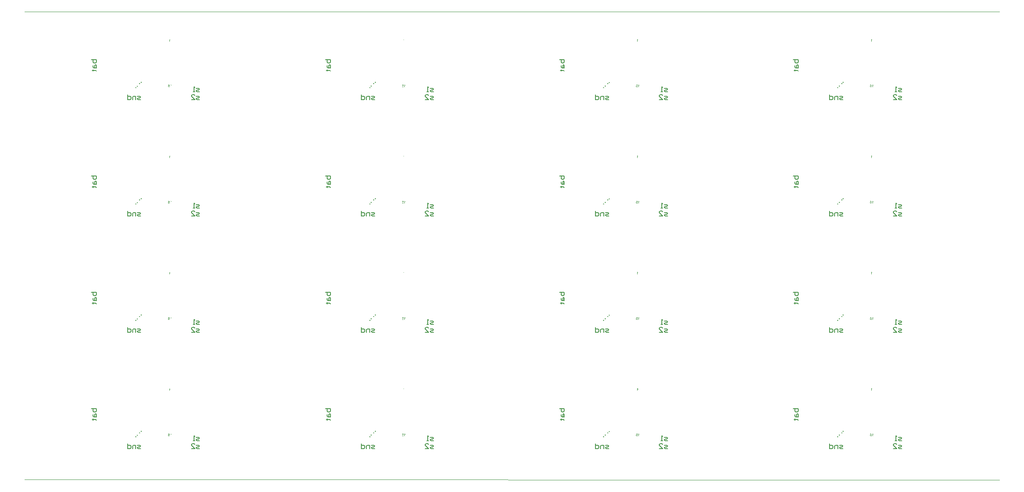
<source format=gbo>
G04 Layer_Color=32896*
%FSLAX25Y25*%
%MOIN*%
G70*
G01*
G75*
%ADD63C,0.00394*%
%ADD65C,0.00787*%
%ADD115C,0.00591*%
G36*
X676587Y403091D02*
X676620Y403043D01*
X676657Y402997D01*
X676694Y402958D01*
X676726Y402921D01*
X676742Y402908D01*
X676753Y402894D01*
X676763Y402883D01*
X676772Y402877D01*
X676777Y402873D01*
X676779Y402870D01*
X676838Y402820D01*
X676901Y402777D01*
X676962Y402735D01*
X677019Y402700D01*
X677043Y402687D01*
X677067Y402674D01*
X677088Y402661D01*
X677106Y402652D01*
X677121Y402646D01*
X677132Y402639D01*
X677139Y402637D01*
X677141Y402635D01*
Y402397D01*
X677097Y402415D01*
X677051Y402434D01*
X677008Y402456D01*
X676968Y402476D01*
X676934Y402495D01*
X676918Y402502D01*
X676905Y402511D01*
X676894Y402515D01*
X676888Y402520D01*
X676883Y402524D01*
X676881D01*
X676829Y402557D01*
X676783Y402587D01*
X676742Y402615D01*
X676709Y402641D01*
X676681Y402663D01*
X676661Y402679D01*
X676650Y402690D01*
X676646Y402694D01*
Y401122D01*
X676399D01*
Y403141D01*
X676559D01*
X676587Y403091D01*
D02*
G37*
G36*
X489660D02*
X489692Y403043D01*
X489729Y402997D01*
X489767Y402958D01*
X489799Y402921D01*
X489815Y402908D01*
X489825Y402894D01*
X489836Y402883D01*
X489845Y402877D01*
X489849Y402873D01*
X489852Y402870D01*
X489910Y402820D01*
X489974Y402777D01*
X490035Y402735D01*
X490091Y402700D01*
X490115Y402687D01*
X490139Y402674D01*
X490161Y402661D01*
X490178Y402652D01*
X490194Y402646D01*
X490205Y402639D01*
X490211Y402637D01*
X490213Y402635D01*
Y402397D01*
X490170Y402415D01*
X490124Y402434D01*
X490080Y402456D01*
X490041Y402476D01*
X490006Y402495D01*
X489991Y402502D01*
X489978Y402511D01*
X489967Y402515D01*
X489960Y402520D01*
X489956Y402524D01*
X489954D01*
X489902Y402557D01*
X489856Y402587D01*
X489815Y402615D01*
X489782Y402641D01*
X489753Y402663D01*
X489734Y402679D01*
X489723Y402690D01*
X489718Y402694D01*
Y401122D01*
X489472D01*
Y403141D01*
X489631D01*
X489660Y403091D01*
D02*
G37*
G36*
X302732D02*
X302765Y403043D01*
X302802Y402997D01*
X302839Y402958D01*
X302872Y402921D01*
X302887Y402908D01*
X302898Y402894D01*
X302909Y402883D01*
X302918Y402877D01*
X302922Y402873D01*
X302924Y402870D01*
X302983Y402820D01*
X303046Y402777D01*
X303107Y402735D01*
X303164Y402700D01*
X303188Y402687D01*
X303212Y402674D01*
X303234Y402661D01*
X303251Y402652D01*
X303267Y402646D01*
X303277Y402639D01*
X303284Y402637D01*
X303286Y402635D01*
Y402397D01*
X303242Y402415D01*
X303197Y402434D01*
X303153Y402456D01*
X303114Y402476D01*
X303079Y402495D01*
X303064Y402502D01*
X303051Y402511D01*
X303040Y402515D01*
X303033Y402520D01*
X303029Y402524D01*
X303027D01*
X302974Y402557D01*
X302929Y402587D01*
X302887Y402615D01*
X302854Y402641D01*
X302826Y402663D01*
X302806Y402679D01*
X302796Y402690D01*
X302791Y402694D01*
Y401122D01*
X302545D01*
Y403141D01*
X302704D01*
X302732Y403091D01*
D02*
G37*
G36*
X115805D02*
X115838Y403043D01*
X115875Y402997D01*
X115912Y402958D01*
X115945Y402921D01*
X115960Y402908D01*
X115971Y402894D01*
X115982Y402883D01*
X115990Y402877D01*
X115995Y402873D01*
X115997Y402870D01*
X116056Y402820D01*
X116119Y402777D01*
X116180Y402735D01*
X116237Y402700D01*
X116261Y402687D01*
X116285Y402674D01*
X116306Y402661D01*
X116324Y402652D01*
X116339Y402646D01*
X116350Y402639D01*
X116357Y402637D01*
X116359Y402635D01*
Y402397D01*
X116315Y402415D01*
X116270Y402434D01*
X116226Y402456D01*
X116187Y402476D01*
X116152Y402495D01*
X116137Y402502D01*
X116123Y402511D01*
X116112Y402515D01*
X116106Y402520D01*
X116102Y402524D01*
X116100D01*
X116047Y402557D01*
X116001Y402587D01*
X115960Y402615D01*
X115927Y402641D01*
X115899Y402663D01*
X115879Y402679D01*
X115868Y402690D01*
X115864Y402694D01*
Y401122D01*
X115618D01*
Y403141D01*
X115777D01*
X115805Y403091D01*
D02*
G37*
G36*
X677493Y366910D02*
X677525Y366862D01*
X677562Y366816D01*
X677599Y366776D01*
X677632Y366740D01*
X677647Y366726D01*
X677658Y366713D01*
X677669Y366702D01*
X677678Y366696D01*
X677682Y366691D01*
X677684Y366689D01*
X677743Y366639D01*
X677806Y366596D01*
X677867Y366554D01*
X677924Y366519D01*
X677948Y366506D01*
X677972Y366493D01*
X677994Y366480D01*
X678011Y366471D01*
X678027Y366465D01*
X678037Y366458D01*
X678044Y366456D01*
X678046Y366454D01*
Y366216D01*
X678003Y366234D01*
X677957Y366253D01*
X677913Y366275D01*
X677874Y366295D01*
X677839Y366314D01*
X677824Y366321D01*
X677811Y366330D01*
X677800Y366334D01*
X677793Y366338D01*
X677789Y366343D01*
X677787D01*
X677734Y366375D01*
X677689Y366406D01*
X677647Y366434D01*
X677614Y366460D01*
X677586Y366482D01*
X677567Y366497D01*
X677556Y366508D01*
X677551Y366513D01*
Y364941D01*
X677305D01*
Y366960D01*
X677464D01*
X677493Y366910D01*
D02*
G37*
G36*
X490565D02*
X490598Y366862D01*
X490635Y366816D01*
X490672Y366776D01*
X490705Y366740D01*
X490720Y366726D01*
X490731Y366713D01*
X490742Y366702D01*
X490751Y366696D01*
X490755Y366691D01*
X490757Y366689D01*
X490816Y366639D01*
X490879Y366596D01*
X490940Y366554D01*
X490997Y366519D01*
X491021Y366506D01*
X491045Y366493D01*
X491067Y366480D01*
X491084Y366471D01*
X491099Y366465D01*
X491110Y366458D01*
X491117Y366456D01*
X491119Y366454D01*
Y366216D01*
X491075Y366234D01*
X491030Y366253D01*
X490986Y366275D01*
X490947Y366295D01*
X490912Y366314D01*
X490897Y366321D01*
X490883Y366330D01*
X490873Y366334D01*
X490866Y366338D01*
X490862Y366343D01*
X490860D01*
X490807Y366375D01*
X490761Y366406D01*
X490720Y366434D01*
X490687Y366460D01*
X490659Y366482D01*
X490639Y366497D01*
X490628Y366508D01*
X490624Y366513D01*
Y364941D01*
X490378D01*
Y366960D01*
X490537D01*
X490565Y366910D01*
D02*
G37*
G36*
X303638D02*
X303671Y366862D01*
X303708Y366816D01*
X303745Y366776D01*
X303777Y366740D01*
X303793Y366726D01*
X303804Y366713D01*
X303815Y366702D01*
X303823Y366696D01*
X303828Y366691D01*
X303830Y366689D01*
X303889Y366639D01*
X303952Y366596D01*
X304013Y366554D01*
X304070Y366519D01*
X304094Y366506D01*
X304117Y366493D01*
X304139Y366480D01*
X304157Y366471D01*
X304172Y366465D01*
X304183Y366458D01*
X304189Y366456D01*
X304192Y366454D01*
Y366216D01*
X304148Y366234D01*
X304102Y366253D01*
X304059Y366275D01*
X304019Y366295D01*
X303984Y366314D01*
X303969Y366321D01*
X303956Y366330D01*
X303945Y366334D01*
X303939Y366338D01*
X303934Y366343D01*
X303932D01*
X303880Y366375D01*
X303834Y366406D01*
X303793Y366434D01*
X303760Y366460D01*
X303732Y366482D01*
X303712Y366497D01*
X303701Y366508D01*
X303697Y366513D01*
Y364941D01*
X303450D01*
Y366960D01*
X303610D01*
X303638Y366910D01*
D02*
G37*
G36*
X116711D02*
X116743Y366862D01*
X116780Y366816D01*
X116817Y366776D01*
X116850Y366740D01*
X116866Y366726D01*
X116876Y366713D01*
X116887Y366702D01*
X116896Y366696D01*
X116900Y366691D01*
X116902Y366689D01*
X116961Y366639D01*
X117025Y366596D01*
X117086Y366554D01*
X117142Y366519D01*
X117166Y366506D01*
X117190Y366493D01*
X117212Y366480D01*
X117229Y366471D01*
X117245Y366465D01*
X117256Y366458D01*
X117262Y366456D01*
X117264Y366454D01*
Y366216D01*
X117221Y366234D01*
X117175Y366253D01*
X117131Y366275D01*
X117092Y366295D01*
X117057Y366314D01*
X117042Y366321D01*
X117029Y366330D01*
X117018Y366334D01*
X117011Y366338D01*
X117007Y366343D01*
X117005D01*
X116953Y366375D01*
X116907Y366406D01*
X116866Y366434D01*
X116833Y366460D01*
X116804Y366482D01*
X116785Y366497D01*
X116774Y366508D01*
X116770Y366513D01*
Y364941D01*
X116523D01*
Y366960D01*
X116682D01*
X116711Y366910D01*
D02*
G37*
G36*
X676627Y365894D02*
X676396Y365861D01*
X676374Y365891D01*
X676350Y365920D01*
X676324Y365944D01*
X676302Y365966D01*
X676280Y365981D01*
X676263Y365994D01*
X676252Y366001D01*
X676248Y366003D01*
X676211Y366022D01*
X676173Y366035D01*
X676136Y366046D01*
X676102Y366053D01*
X676073Y366057D01*
X676049Y366059D01*
X676030D01*
X675995Y366057D01*
X675962Y366055D01*
X675929Y366048D01*
X675901Y366040D01*
X675847Y366020D01*
X675825Y366009D01*
X675803Y365998D01*
X675783Y365985D01*
X675768Y365974D01*
X675753Y365963D01*
X675742Y365955D01*
X675733Y365946D01*
X675725Y365939D01*
X675722Y365937D01*
X675720Y365935D01*
X675698Y365911D01*
X675681Y365885D01*
X675663Y365859D01*
X675650Y365833D01*
X675629Y365776D01*
X675616Y365724D01*
X675611Y365697D01*
X675607Y365676D01*
X675605Y365654D01*
X675602Y365636D01*
X675600Y365621D01*
Y365610D01*
Y365604D01*
Y365601D01*
X675602Y365560D01*
X675605Y365523D01*
X675611Y365486D01*
X675620Y365451D01*
X675629Y365421D01*
X675639Y365390D01*
X675650Y365364D01*
X675661Y365340D01*
X675674Y365318D01*
X675685Y365299D01*
X675696Y365283D01*
X675705Y365268D01*
X675714Y365257D01*
X675720Y365250D01*
X675722Y365246D01*
X675725Y365244D01*
X675748Y365220D01*
X675772Y365200D01*
X675796Y365183D01*
X675823Y365168D01*
X675849Y365155D01*
X675873Y365144D01*
X675921Y365128D01*
X675962Y365118D01*
X675980Y365115D01*
X675995Y365113D01*
X676008Y365111D01*
X676025D01*
X676054Y365113D01*
X676080Y365115D01*
X676128Y365126D01*
X676171Y365142D01*
X676208Y365159D01*
X676239Y365174D01*
X676261Y365190D01*
X676269Y365196D01*
X676276Y365200D01*
X676278Y365205D01*
X676280D01*
X676298Y365224D01*
X676315Y365244D01*
X676344Y365288D01*
X676368Y365336D01*
X676385Y365381D01*
X676396Y365423D01*
X676403Y365442D01*
X676405Y365458D01*
X676407Y365471D01*
X676409Y365479D01*
X676411Y365486D01*
Y365488D01*
X676671Y365469D01*
X676664Y365423D01*
X676655Y365377D01*
X676644Y365336D01*
X676629Y365296D01*
X676614Y365261D01*
X676599Y365227D01*
X676581Y365196D01*
X676564Y365170D01*
X676546Y365144D01*
X676531Y365122D01*
X676516Y365105D01*
X676501Y365089D01*
X676490Y365076D01*
X676481Y365067D01*
X676477Y365063D01*
X676474Y365061D01*
X676440Y365035D01*
X676405Y365011D01*
X676368Y364991D01*
X676331Y364974D01*
X676294Y364958D01*
X676256Y364945D01*
X676219Y364934D01*
X676185Y364928D01*
X676152Y364921D01*
X676121Y364917D01*
X676095Y364913D01*
X676071Y364910D01*
X676052Y364908D01*
X676025D01*
X675964Y364910D01*
X675908Y364919D01*
X675853Y364930D01*
X675803Y364948D01*
X675755Y364965D01*
X675711Y364985D01*
X675672Y365009D01*
X675637Y365030D01*
X675605Y365052D01*
X675576Y365076D01*
X675552Y365096D01*
X675533Y365115D01*
X675517Y365131D01*
X675506Y365142D01*
X675500Y365150D01*
X675498Y365152D01*
X675469Y365190D01*
X675445Y365229D01*
X675424Y365270D01*
X675406Y365309D01*
X675391Y365349D01*
X675378Y365388D01*
X675367Y365427D01*
X675358Y365462D01*
X675352Y365497D01*
X675347Y365527D01*
X675343Y365553D01*
X675341Y365578D01*
X675339Y365597D01*
Y365610D01*
Y365621D01*
Y365623D01*
X675341Y365676D01*
X675347Y365726D01*
X675356Y365774D01*
X675367Y365817D01*
X675380Y365861D01*
X675397Y365898D01*
X675413Y365935D01*
X675430Y365968D01*
X675448Y365996D01*
X675463Y366020D01*
X675478Y366044D01*
X675493Y366061D01*
X675504Y366075D01*
X675513Y366086D01*
X675520Y366092D01*
X675522Y366094D01*
X675557Y366127D01*
X675594Y366155D01*
X675631Y366179D01*
X675668Y366201D01*
X675705Y366218D01*
X675742Y366234D01*
X675777Y366245D01*
X675812Y366255D01*
X675842Y366262D01*
X675873Y366269D01*
X675899Y366271D01*
X675921Y366275D01*
X675938D01*
X675953Y366277D01*
X675964D01*
X676001Y366275D01*
X676038Y366273D01*
X676073Y366266D01*
X676108Y366258D01*
X676171Y366238D01*
X676202Y366225D01*
X676228Y366214D01*
X676254Y366203D01*
X676276Y366190D01*
X676296Y366179D01*
X676313Y366171D01*
X676326Y366162D01*
X676335Y366157D01*
X676341Y366153D01*
X676344Y366151D01*
X676237Y366691D01*
X675432D01*
Y366927D01*
X676433D01*
X676627Y365894D01*
D02*
G37*
G36*
X489700D02*
X489469Y365861D01*
X489447Y365891D01*
X489423Y365920D01*
X489397Y365944D01*
X489375Y365966D01*
X489353Y365981D01*
X489336Y365994D01*
X489325Y366001D01*
X489320Y366003D01*
X489283Y366022D01*
X489246Y366035D01*
X489209Y366046D01*
X489174Y366053D01*
X489146Y366057D01*
X489122Y366059D01*
X489102D01*
X489068Y366057D01*
X489035Y366055D01*
X489002Y366048D01*
X488974Y366040D01*
X488919Y366020D01*
X488898Y366009D01*
X488876Y365998D01*
X488856Y365985D01*
X488841Y365974D01*
X488826Y365963D01*
X488815Y365955D01*
X488806Y365946D01*
X488797Y365939D01*
X488795Y365937D01*
X488793Y365935D01*
X488771Y365911D01*
X488754Y365885D01*
X488736Y365859D01*
X488723Y365833D01*
X488701Y365776D01*
X488688Y365724D01*
X488684Y365697D01*
X488680Y365676D01*
X488677Y365654D01*
X488675Y365636D01*
X488673Y365621D01*
Y365610D01*
Y365604D01*
Y365601D01*
X488675Y365560D01*
X488677Y365523D01*
X488684Y365486D01*
X488693Y365451D01*
X488701Y365421D01*
X488712Y365390D01*
X488723Y365364D01*
X488734Y365340D01*
X488747Y365318D01*
X488758Y365299D01*
X488769Y365283D01*
X488778Y365268D01*
X488786Y365257D01*
X488793Y365250D01*
X488795Y365246D01*
X488797Y365244D01*
X488821Y365220D01*
X488845Y365200D01*
X488869Y365183D01*
X488895Y365168D01*
X488921Y365155D01*
X488945Y365144D01*
X488993Y365128D01*
X489035Y365118D01*
X489052Y365115D01*
X489068Y365113D01*
X489081Y365111D01*
X489098D01*
X489126Y365113D01*
X489152Y365115D01*
X489200Y365126D01*
X489244Y365142D01*
X489281Y365159D01*
X489312Y365174D01*
X489333Y365190D01*
X489342Y365196D01*
X489349Y365200D01*
X489351Y365205D01*
X489353D01*
X489371Y365224D01*
X489388Y365244D01*
X489416Y365288D01*
X489440Y365336D01*
X489458Y365381D01*
X489469Y365423D01*
X489475Y365442D01*
X489477Y365458D01*
X489480Y365471D01*
X489482Y365479D01*
X489484Y365486D01*
Y365488D01*
X489743Y365469D01*
X489737Y365423D01*
X489728Y365377D01*
X489717Y365336D01*
X489702Y365296D01*
X489687Y365261D01*
X489671Y365227D01*
X489654Y365196D01*
X489637Y365170D01*
X489619Y365144D01*
X489604Y365122D01*
X489589Y365105D01*
X489573Y365089D01*
X489562Y365076D01*
X489554Y365067D01*
X489549Y365063D01*
X489547Y365061D01*
X489512Y365035D01*
X489477Y365011D01*
X489440Y364991D01*
X489403Y364974D01*
X489366Y364958D01*
X489329Y364945D01*
X489292Y364934D01*
X489257Y364928D01*
X489224Y364921D01*
X489194Y364917D01*
X489168Y364913D01*
X489144Y364910D01*
X489124Y364908D01*
X489098D01*
X489037Y364910D01*
X488980Y364919D01*
X488926Y364930D01*
X488876Y364948D01*
X488828Y364965D01*
X488784Y364985D01*
X488745Y365009D01*
X488710Y365030D01*
X488677Y365052D01*
X488649Y365076D01*
X488625Y365096D01*
X488605Y365115D01*
X488590Y365131D01*
X488579Y365142D01*
X488573Y365150D01*
X488570Y365152D01*
X488542Y365190D01*
X488518Y365229D01*
X488496Y365270D01*
X488479Y365309D01*
X488464Y365349D01*
X488451Y365388D01*
X488440Y365427D01*
X488431Y365462D01*
X488424Y365497D01*
X488420Y365527D01*
X488416Y365553D01*
X488413Y365578D01*
X488411Y365597D01*
Y365610D01*
Y365621D01*
Y365623D01*
X488413Y365676D01*
X488420Y365726D01*
X488429Y365774D01*
X488440Y365817D01*
X488453Y365861D01*
X488470Y365898D01*
X488485Y365935D01*
X488503Y365968D01*
X488520Y365996D01*
X488536Y366020D01*
X488551Y366044D01*
X488566Y366061D01*
X488577Y366075D01*
X488586Y366086D01*
X488592Y366092D01*
X488594Y366094D01*
X488629Y366127D01*
X488666Y366155D01*
X488703Y366179D01*
X488740Y366201D01*
X488778Y366218D01*
X488815Y366234D01*
X488849Y366245D01*
X488884Y366255D01*
X488915Y366262D01*
X488945Y366269D01*
X488972Y366271D01*
X488993Y366275D01*
X489011D01*
X489026Y366277D01*
X489037D01*
X489074Y366275D01*
X489111Y366273D01*
X489146Y366266D01*
X489181Y366258D01*
X489244Y366238D01*
X489275Y366225D01*
X489301Y366214D01*
X489327Y366203D01*
X489349Y366190D01*
X489368Y366179D01*
X489386Y366171D01*
X489399Y366162D01*
X489408Y366157D01*
X489414Y366153D01*
X489416Y366151D01*
X489310Y366691D01*
X488505D01*
Y366927D01*
X489506D01*
X489700Y365894D01*
D02*
G37*
G36*
X302772D02*
X302541Y365861D01*
X302520Y365891D01*
X302496Y365920D01*
X302469Y365944D01*
X302448Y365966D01*
X302426Y365981D01*
X302408Y365994D01*
X302397Y366001D01*
X302393Y366003D01*
X302356Y366022D01*
X302319Y366035D01*
X302282Y366046D01*
X302247Y366053D01*
X302219Y366057D01*
X302195Y366059D01*
X302175D01*
X302140Y366057D01*
X302108Y366055D01*
X302075Y366048D01*
X302046Y366040D01*
X301992Y366020D01*
X301970Y366009D01*
X301948Y365998D01*
X301929Y365985D01*
X301913Y365974D01*
X301898Y365963D01*
X301887Y365955D01*
X301879Y365946D01*
X301870Y365939D01*
X301868Y365937D01*
X301866Y365935D01*
X301844Y365911D01*
X301826Y365885D01*
X301809Y365859D01*
X301796Y365833D01*
X301774Y365776D01*
X301761Y365724D01*
X301757Y365697D01*
X301752Y365676D01*
X301750Y365654D01*
X301748Y365636D01*
X301746Y365621D01*
Y365610D01*
Y365604D01*
Y365601D01*
X301748Y365560D01*
X301750Y365523D01*
X301757Y365486D01*
X301765Y365451D01*
X301774Y365421D01*
X301785Y365390D01*
X301796Y365364D01*
X301807Y365340D01*
X301820Y365318D01*
X301831Y365299D01*
X301842Y365283D01*
X301850Y365268D01*
X301859Y365257D01*
X301866Y365250D01*
X301868Y365246D01*
X301870Y365244D01*
X301894Y365220D01*
X301918Y365200D01*
X301942Y365183D01*
X301968Y365168D01*
X301994Y365155D01*
X302018Y365144D01*
X302066Y365128D01*
X302108Y365118D01*
X302125Y365115D01*
X302140Y365113D01*
X302153Y365111D01*
X302171D01*
X302199Y365113D01*
X302225Y365115D01*
X302273Y365126D01*
X302317Y365142D01*
X302354Y365159D01*
X302384Y365174D01*
X302406Y365190D01*
X302415Y365196D01*
X302421Y365200D01*
X302424Y365205D01*
X302426D01*
X302443Y365224D01*
X302461Y365244D01*
X302489Y365288D01*
X302513Y365336D01*
X302531Y365381D01*
X302541Y365423D01*
X302548Y365442D01*
X302550Y365458D01*
X302552Y365471D01*
X302554Y365479D01*
X302557Y365486D01*
Y365488D01*
X302816Y365469D01*
X302810Y365423D01*
X302801Y365377D01*
X302790Y365336D01*
X302775Y365296D01*
X302759Y365261D01*
X302744Y365227D01*
X302727Y365196D01*
X302709Y365170D01*
X302692Y365144D01*
X302677Y365122D01*
X302661Y365105D01*
X302646Y365089D01*
X302635Y365076D01*
X302626Y365067D01*
X302622Y365063D01*
X302620Y365061D01*
X302585Y365035D01*
X302550Y365011D01*
X302513Y364991D01*
X302476Y364974D01*
X302439Y364958D01*
X302402Y364945D01*
X302365Y364934D01*
X302330Y364928D01*
X302297Y364921D01*
X302267Y364917D01*
X302240Y364913D01*
X302217Y364910D01*
X302197Y364908D01*
X302171D01*
X302110Y364910D01*
X302053Y364919D01*
X301999Y364930D01*
X301948Y364948D01*
X301901Y364965D01*
X301857Y364985D01*
X301818Y365009D01*
X301783Y365030D01*
X301750Y365052D01*
X301722Y365076D01*
X301698Y365096D01*
X301678Y365115D01*
X301663Y365131D01*
X301652Y365142D01*
X301645Y365150D01*
X301643Y365152D01*
X301615Y365190D01*
X301591Y365229D01*
X301569Y365270D01*
X301552Y365309D01*
X301536Y365349D01*
X301523Y365388D01*
X301512Y365427D01*
X301504Y365462D01*
X301497Y365497D01*
X301493Y365527D01*
X301488Y365553D01*
X301486Y365578D01*
X301484Y365597D01*
Y365610D01*
Y365621D01*
Y365623D01*
X301486Y365676D01*
X301493Y365726D01*
X301501Y365774D01*
X301512Y365817D01*
X301525Y365861D01*
X301543Y365898D01*
X301558Y365935D01*
X301576Y365968D01*
X301593Y365996D01*
X301608Y366020D01*
X301624Y366044D01*
X301639Y366061D01*
X301650Y366075D01*
X301659Y366086D01*
X301665Y366092D01*
X301667Y366094D01*
X301702Y366127D01*
X301739Y366155D01*
X301776Y366179D01*
X301813Y366201D01*
X301850Y366218D01*
X301887Y366234D01*
X301922Y366245D01*
X301957Y366255D01*
X301988Y366262D01*
X302018Y366269D01*
X302044Y366271D01*
X302066Y366275D01*
X302084D01*
X302099Y366277D01*
X302110D01*
X302147Y366275D01*
X302184Y366273D01*
X302219Y366266D01*
X302254Y366258D01*
X302317Y366238D01*
X302347Y366225D01*
X302374Y366214D01*
X302400Y366203D01*
X302421Y366190D01*
X302441Y366179D01*
X302459Y366171D01*
X302472Y366162D01*
X302480Y366157D01*
X302487Y366153D01*
X302489Y366151D01*
X302382Y366691D01*
X301578D01*
Y366927D01*
X302578D01*
X302772Y365894D01*
D02*
G37*
G36*
X115845D02*
X115614Y365861D01*
X115592Y365891D01*
X115568Y365920D01*
X115542Y365944D01*
X115520Y365966D01*
X115499Y365981D01*
X115481Y365994D01*
X115470Y366001D01*
X115466Y366003D01*
X115429Y366022D01*
X115392Y366035D01*
X115355Y366046D01*
X115320Y366053D01*
X115292Y366057D01*
X115268Y366059D01*
X115248D01*
X115213Y366057D01*
X115180Y366055D01*
X115148Y366048D01*
X115119Y366040D01*
X115065Y366020D01*
X115043Y366009D01*
X115021Y365998D01*
X115001Y365985D01*
X114986Y365974D01*
X114971Y365963D01*
X114960Y365955D01*
X114951Y365946D01*
X114943Y365939D01*
X114941Y365937D01*
X114938Y365935D01*
X114917Y365911D01*
X114899Y365885D01*
X114882Y365859D01*
X114869Y365833D01*
X114847Y365776D01*
X114834Y365724D01*
X114829Y365697D01*
X114825Y365676D01*
X114823Y365654D01*
X114821Y365636D01*
X114818Y365621D01*
Y365610D01*
Y365604D01*
Y365601D01*
X114821Y365560D01*
X114823Y365523D01*
X114829Y365486D01*
X114838Y365451D01*
X114847Y365421D01*
X114858Y365390D01*
X114869Y365364D01*
X114880Y365340D01*
X114893Y365318D01*
X114903Y365299D01*
X114914Y365283D01*
X114923Y365268D01*
X114932Y365257D01*
X114938Y365250D01*
X114941Y365246D01*
X114943Y365244D01*
X114967Y365220D01*
X114991Y365200D01*
X115015Y365183D01*
X115041Y365168D01*
X115067Y365155D01*
X115091Y365144D01*
X115139Y365128D01*
X115180Y365118D01*
X115198Y365115D01*
X115213Y365113D01*
X115226Y365111D01*
X115243D01*
X115272Y365113D01*
X115298Y365115D01*
X115346Y365126D01*
X115390Y365142D01*
X115427Y365159D01*
X115457Y365174D01*
X115479Y365190D01*
X115488Y365196D01*
X115494Y365200D01*
X115496Y365205D01*
X115499D01*
X115516Y365224D01*
X115533Y365244D01*
X115562Y365288D01*
X115586Y365336D01*
X115603Y365381D01*
X115614Y365423D01*
X115621Y365442D01*
X115623Y365458D01*
X115625Y365471D01*
X115627Y365479D01*
X115629Y365486D01*
Y365488D01*
X115889Y365469D01*
X115882Y365423D01*
X115874Y365377D01*
X115863Y365336D01*
X115847Y365296D01*
X115832Y365261D01*
X115817Y365227D01*
X115799Y365196D01*
X115782Y365170D01*
X115765Y365144D01*
X115749Y365122D01*
X115734Y365105D01*
X115719Y365089D01*
X115708Y365076D01*
X115699Y365067D01*
X115695Y365063D01*
X115693Y365061D01*
X115658Y365035D01*
X115623Y365011D01*
X115586Y364991D01*
X115549Y364974D01*
X115512Y364958D01*
X115475Y364945D01*
X115438Y364934D01*
X115403Y364928D01*
X115370Y364921D01*
X115340Y364917D01*
X115313Y364913D01*
X115289Y364910D01*
X115270Y364908D01*
X115243D01*
X115182Y364910D01*
X115126Y364919D01*
X115071Y364930D01*
X115021Y364948D01*
X114973Y364965D01*
X114930Y364985D01*
X114890Y365009D01*
X114856Y365030D01*
X114823Y365052D01*
X114795Y365076D01*
X114770Y365096D01*
X114751Y365115D01*
X114736Y365131D01*
X114725Y365142D01*
X114718Y365150D01*
X114716Y365152D01*
X114688Y365190D01*
X114664Y365229D01*
X114642Y365270D01*
X114624Y365309D01*
X114609Y365349D01*
X114596Y365388D01*
X114585Y365427D01*
X114576Y365462D01*
X114570Y365497D01*
X114566Y365527D01*
X114561Y365553D01*
X114559Y365578D01*
X114557Y365597D01*
Y365610D01*
Y365621D01*
Y365623D01*
X114559Y365676D01*
X114566Y365726D01*
X114574Y365774D01*
X114585Y365817D01*
X114598Y365861D01*
X114616Y365898D01*
X114631Y365935D01*
X114648Y365968D01*
X114666Y365996D01*
X114681Y366020D01*
X114696Y366044D01*
X114712Y366061D01*
X114723Y366075D01*
X114731Y366086D01*
X114738Y366092D01*
X114740Y366094D01*
X114775Y366127D01*
X114812Y366155D01*
X114849Y366179D01*
X114886Y366201D01*
X114923Y366218D01*
X114960Y366234D01*
X114995Y366245D01*
X115030Y366255D01*
X115060Y366262D01*
X115091Y366269D01*
X115117Y366271D01*
X115139Y366275D01*
X115156D01*
X115172Y366277D01*
X115182D01*
X115220Y366275D01*
X115257Y366273D01*
X115292Y366266D01*
X115326Y366258D01*
X115390Y366238D01*
X115420Y366225D01*
X115446Y366214D01*
X115472Y366203D01*
X115494Y366190D01*
X115514Y366179D01*
X115531Y366171D01*
X115544Y366162D01*
X115553Y366157D01*
X115560Y366153D01*
X115562Y366151D01*
X115455Y366691D01*
X114651D01*
Y366927D01*
X115651D01*
X115845Y365894D01*
D02*
G37*
G36*
X676587Y310079D02*
X676620Y310031D01*
X676657Y309985D01*
X676694Y309946D01*
X676726Y309909D01*
X676742Y309896D01*
X676753Y309883D01*
X676763Y309872D01*
X676772Y309865D01*
X676777Y309861D01*
X676779Y309859D01*
X676838Y309808D01*
X676901Y309765D01*
X676962Y309723D01*
X677019Y309689D01*
X677043Y309676D01*
X677067Y309662D01*
X677088Y309649D01*
X677106Y309641D01*
X677121Y309634D01*
X677132Y309628D01*
X677139Y309625D01*
X677141Y309623D01*
Y309386D01*
X677097Y309403D01*
X677051Y309423D01*
X677008Y309444D01*
X676968Y309464D01*
X676934Y309484D01*
X676918Y309490D01*
X676905Y309499D01*
X676894Y309503D01*
X676888Y309508D01*
X676883Y309512D01*
X676881D01*
X676829Y309545D01*
X676783Y309575D01*
X676742Y309604D01*
X676709Y309630D01*
X676681Y309651D01*
X676661Y309667D01*
X676650Y309678D01*
X676646Y309682D01*
Y308110D01*
X676399D01*
Y310129D01*
X676559D01*
X676587Y310079D01*
D02*
G37*
G36*
X489660D02*
X489692Y310031D01*
X489729Y309985D01*
X489767Y309946D01*
X489799Y309909D01*
X489815Y309896D01*
X489825Y309883D01*
X489836Y309872D01*
X489845Y309865D01*
X489849Y309861D01*
X489852Y309859D01*
X489910Y309808D01*
X489974Y309765D01*
X490035Y309723D01*
X490091Y309689D01*
X490115Y309676D01*
X490139Y309662D01*
X490161Y309649D01*
X490178Y309641D01*
X490194Y309634D01*
X490205Y309628D01*
X490211Y309625D01*
X490213Y309623D01*
Y309386D01*
X490170Y309403D01*
X490124Y309423D01*
X490080Y309444D01*
X490041Y309464D01*
X490006Y309484D01*
X489991Y309490D01*
X489978Y309499D01*
X489967Y309503D01*
X489960Y309508D01*
X489956Y309512D01*
X489954D01*
X489902Y309545D01*
X489856Y309575D01*
X489815Y309604D01*
X489782Y309630D01*
X489753Y309651D01*
X489734Y309667D01*
X489723Y309678D01*
X489718Y309682D01*
Y308110D01*
X489472D01*
Y310129D01*
X489631D01*
X489660Y310079D01*
D02*
G37*
G36*
X302732D02*
X302765Y310031D01*
X302802Y309985D01*
X302839Y309946D01*
X302872Y309909D01*
X302887Y309896D01*
X302898Y309883D01*
X302909Y309872D01*
X302918Y309865D01*
X302922Y309861D01*
X302924Y309859D01*
X302983Y309808D01*
X303046Y309765D01*
X303107Y309723D01*
X303164Y309689D01*
X303188Y309676D01*
X303212Y309662D01*
X303234Y309649D01*
X303251Y309641D01*
X303267Y309634D01*
X303277Y309628D01*
X303284Y309625D01*
X303286Y309623D01*
Y309386D01*
X303242Y309403D01*
X303197Y309423D01*
X303153Y309444D01*
X303114Y309464D01*
X303079Y309484D01*
X303064Y309490D01*
X303051Y309499D01*
X303040Y309503D01*
X303033Y309508D01*
X303029Y309512D01*
X303027D01*
X302974Y309545D01*
X302929Y309575D01*
X302887Y309604D01*
X302854Y309630D01*
X302826Y309651D01*
X302806Y309667D01*
X302796Y309678D01*
X302791Y309682D01*
Y308110D01*
X302545D01*
Y310129D01*
X302704D01*
X302732Y310079D01*
D02*
G37*
G36*
X115805D02*
X115838Y310031D01*
X115875Y309985D01*
X115912Y309946D01*
X115945Y309909D01*
X115960Y309896D01*
X115971Y309883D01*
X115982Y309872D01*
X115990Y309865D01*
X115995Y309861D01*
X115997Y309859D01*
X116056Y309808D01*
X116119Y309765D01*
X116180Y309723D01*
X116237Y309689D01*
X116261Y309676D01*
X116285Y309662D01*
X116306Y309649D01*
X116324Y309641D01*
X116339Y309634D01*
X116350Y309628D01*
X116357Y309625D01*
X116359Y309623D01*
Y309386D01*
X116315Y309403D01*
X116270Y309423D01*
X116226Y309444D01*
X116187Y309464D01*
X116152Y309484D01*
X116137Y309490D01*
X116123Y309499D01*
X116112Y309503D01*
X116106Y309508D01*
X116102Y309512D01*
X116100D01*
X116047Y309545D01*
X116001Y309575D01*
X115960Y309604D01*
X115927Y309630D01*
X115899Y309651D01*
X115879Y309667D01*
X115868Y309678D01*
X115864Y309682D01*
Y308110D01*
X115618D01*
Y310129D01*
X115777D01*
X115805Y310079D01*
D02*
G37*
G36*
X677493Y273898D02*
X677525Y273850D01*
X677562Y273804D01*
X677599Y273765D01*
X677632Y273728D01*
X677647Y273715D01*
X677658Y273702D01*
X677669Y273691D01*
X677678Y273684D01*
X677682Y273680D01*
X677684Y273677D01*
X677743Y273627D01*
X677806Y273584D01*
X677867Y273542D01*
X677924Y273507D01*
X677948Y273494D01*
X677972Y273481D01*
X677994Y273468D01*
X678011Y273460D01*
X678027Y273453D01*
X678037Y273446D01*
X678044Y273444D01*
X678046Y273442D01*
Y273204D01*
X678003Y273222D01*
X677957Y273241D01*
X677913Y273263D01*
X677874Y273283D01*
X677839Y273303D01*
X677824Y273309D01*
X677811Y273318D01*
X677800Y273322D01*
X677793Y273326D01*
X677789Y273331D01*
X677787D01*
X677734Y273364D01*
X677689Y273394D01*
X677647Y273423D01*
X677614Y273449D01*
X677586Y273470D01*
X677567Y273486D01*
X677556Y273497D01*
X677551Y273501D01*
Y271929D01*
X677305D01*
Y273948D01*
X677464D01*
X677493Y273898D01*
D02*
G37*
G36*
X490565D02*
X490598Y273850D01*
X490635Y273804D01*
X490672Y273765D01*
X490705Y273728D01*
X490720Y273715D01*
X490731Y273702D01*
X490742Y273691D01*
X490751Y273684D01*
X490755Y273680D01*
X490757Y273677D01*
X490816Y273627D01*
X490879Y273584D01*
X490940Y273542D01*
X490997Y273507D01*
X491021Y273494D01*
X491045Y273481D01*
X491067Y273468D01*
X491084Y273460D01*
X491099Y273453D01*
X491110Y273446D01*
X491117Y273444D01*
X491119Y273442D01*
Y273204D01*
X491075Y273222D01*
X491030Y273241D01*
X490986Y273263D01*
X490947Y273283D01*
X490912Y273303D01*
X490897Y273309D01*
X490883Y273318D01*
X490873Y273322D01*
X490866Y273326D01*
X490862Y273331D01*
X490860D01*
X490807Y273364D01*
X490761Y273394D01*
X490720Y273423D01*
X490687Y273449D01*
X490659Y273470D01*
X490639Y273486D01*
X490628Y273497D01*
X490624Y273501D01*
Y271929D01*
X490378D01*
Y273948D01*
X490537D01*
X490565Y273898D01*
D02*
G37*
G36*
X303638D02*
X303671Y273850D01*
X303708Y273804D01*
X303745Y273765D01*
X303777Y273728D01*
X303793Y273715D01*
X303804Y273702D01*
X303815Y273691D01*
X303823Y273684D01*
X303828Y273680D01*
X303830Y273677D01*
X303889Y273627D01*
X303952Y273584D01*
X304013Y273542D01*
X304070Y273507D01*
X304094Y273494D01*
X304117Y273481D01*
X304139Y273468D01*
X304157Y273460D01*
X304172Y273453D01*
X304183Y273446D01*
X304189Y273444D01*
X304192Y273442D01*
Y273204D01*
X304148Y273222D01*
X304102Y273241D01*
X304059Y273263D01*
X304019Y273283D01*
X303984Y273303D01*
X303969Y273309D01*
X303956Y273318D01*
X303945Y273322D01*
X303939Y273326D01*
X303934Y273331D01*
X303932D01*
X303880Y273364D01*
X303834Y273394D01*
X303793Y273423D01*
X303760Y273449D01*
X303732Y273470D01*
X303712Y273486D01*
X303701Y273497D01*
X303697Y273501D01*
Y271929D01*
X303450D01*
Y273948D01*
X303610D01*
X303638Y273898D01*
D02*
G37*
G36*
X116711D02*
X116743Y273850D01*
X116780Y273804D01*
X116817Y273765D01*
X116850Y273728D01*
X116866Y273715D01*
X116876Y273702D01*
X116887Y273691D01*
X116896Y273684D01*
X116900Y273680D01*
X116902Y273677D01*
X116961Y273627D01*
X117025Y273584D01*
X117086Y273542D01*
X117142Y273507D01*
X117166Y273494D01*
X117190Y273481D01*
X117212Y273468D01*
X117229Y273460D01*
X117245Y273453D01*
X117256Y273446D01*
X117262Y273444D01*
X117264Y273442D01*
Y273204D01*
X117221Y273222D01*
X117175Y273241D01*
X117131Y273263D01*
X117092Y273283D01*
X117057Y273303D01*
X117042Y273309D01*
X117029Y273318D01*
X117018Y273322D01*
X117011Y273326D01*
X117007Y273331D01*
X117005D01*
X116953Y273364D01*
X116907Y273394D01*
X116866Y273423D01*
X116833Y273449D01*
X116804Y273470D01*
X116785Y273486D01*
X116774Y273497D01*
X116770Y273501D01*
Y271929D01*
X116523D01*
Y273948D01*
X116682D01*
X116711Y273898D01*
D02*
G37*
G36*
X676627Y272882D02*
X676396Y272849D01*
X676374Y272880D01*
X676350Y272908D01*
X676324Y272932D01*
X676302Y272954D01*
X676280Y272969D01*
X676263Y272982D01*
X676252Y272989D01*
X676248Y272991D01*
X676211Y273010D01*
X676173Y273024D01*
X676136Y273034D01*
X676102Y273041D01*
X676073Y273045D01*
X676049Y273047D01*
X676030D01*
X675995Y273045D01*
X675962Y273043D01*
X675929Y273037D01*
X675901Y273028D01*
X675847Y273008D01*
X675825Y272997D01*
X675803Y272987D01*
X675783Y272973D01*
X675768Y272962D01*
X675753Y272952D01*
X675742Y272943D01*
X675733Y272934D01*
X675725Y272928D01*
X675722Y272925D01*
X675720Y272923D01*
X675698Y272899D01*
X675681Y272873D01*
X675663Y272847D01*
X675650Y272821D01*
X675629Y272764D01*
X675616Y272712D01*
X675611Y272686D01*
X675607Y272664D01*
X675605Y272642D01*
X675602Y272625D01*
X675600Y272609D01*
Y272598D01*
Y272592D01*
Y272590D01*
X675602Y272548D01*
X675605Y272511D01*
X675611Y272474D01*
X675620Y272439D01*
X675629Y272409D01*
X675639Y272378D01*
X675650Y272352D01*
X675661Y272328D01*
X675674Y272306D01*
X675685Y272287D01*
X675696Y272271D01*
X675705Y272256D01*
X675714Y272245D01*
X675720Y272239D01*
X675722Y272234D01*
X675725Y272232D01*
X675748Y272208D01*
X675772Y272189D01*
X675796Y272171D01*
X675823Y272156D01*
X675849Y272143D01*
X675873Y272132D01*
X675921Y272117D01*
X675962Y272106D01*
X675980Y272104D01*
X675995Y272101D01*
X676008Y272099D01*
X676025D01*
X676054Y272101D01*
X676080Y272104D01*
X676128Y272114D01*
X676171Y272130D01*
X676208Y272147D01*
X676239Y272162D01*
X676261Y272178D01*
X676269Y272184D01*
X676276Y272189D01*
X676278Y272193D01*
X676280D01*
X676298Y272213D01*
X676315Y272232D01*
X676344Y272276D01*
X676368Y272324D01*
X676385Y272370D01*
X676396Y272411D01*
X676403Y272431D01*
X676405Y272446D01*
X676407Y272459D01*
X676409Y272468D01*
X676411Y272474D01*
Y272476D01*
X676671Y272457D01*
X676664Y272411D01*
X676655Y272365D01*
X676644Y272324D01*
X676629Y272285D01*
X676614Y272250D01*
X676599Y272215D01*
X676581Y272184D01*
X676564Y272158D01*
X676546Y272132D01*
X676531Y272110D01*
X676516Y272093D01*
X676501Y272077D01*
X676490Y272064D01*
X676481Y272056D01*
X676477Y272051D01*
X676474Y272049D01*
X676440Y272023D01*
X676405Y271999D01*
X676368Y271979D01*
X676331Y271962D01*
X676294Y271947D01*
X676256Y271934D01*
X676219Y271923D01*
X676185Y271916D01*
X676152Y271909D01*
X676121Y271905D01*
X676095Y271901D01*
X676071Y271899D01*
X676052Y271897D01*
X676025D01*
X675964Y271899D01*
X675908Y271907D01*
X675853Y271918D01*
X675803Y271936D01*
X675755Y271953D01*
X675711Y271973D01*
X675672Y271997D01*
X675637Y272019D01*
X675605Y272040D01*
X675576Y272064D01*
X675552Y272084D01*
X675533Y272104D01*
X675517Y272119D01*
X675506Y272130D01*
X675500Y272138D01*
X675498Y272141D01*
X675469Y272178D01*
X675445Y272217D01*
X675424Y272258D01*
X675406Y272298D01*
X675391Y272337D01*
X675378Y272376D01*
X675367Y272415D01*
X675358Y272450D01*
X675352Y272485D01*
X675347Y272516D01*
X675343Y272542D01*
X675341Y272566D01*
X675339Y272585D01*
Y272598D01*
Y272609D01*
Y272611D01*
X675341Y272664D01*
X675347Y272714D01*
X675356Y272762D01*
X675367Y272806D01*
X675380Y272849D01*
X675397Y272886D01*
X675413Y272923D01*
X675430Y272956D01*
X675448Y272984D01*
X675463Y273008D01*
X675478Y273032D01*
X675493Y273050D01*
X675504Y273063D01*
X675513Y273074D01*
X675520Y273080D01*
X675522Y273082D01*
X675557Y273115D01*
X675594Y273143D01*
X675631Y273167D01*
X675668Y273189D01*
X675705Y273207D01*
X675742Y273222D01*
X675777Y273233D01*
X675812Y273244D01*
X675842Y273250D01*
X675873Y273257D01*
X675899Y273259D01*
X675921Y273263D01*
X675938D01*
X675953Y273266D01*
X675964D01*
X676001Y273263D01*
X676038Y273261D01*
X676073Y273255D01*
X676108Y273246D01*
X676171Y273226D01*
X676202Y273213D01*
X676228Y273202D01*
X676254Y273191D01*
X676276Y273178D01*
X676296Y273167D01*
X676313Y273159D01*
X676326Y273150D01*
X676335Y273146D01*
X676341Y273141D01*
X676344Y273139D01*
X676237Y273680D01*
X675432D01*
Y273915D01*
X676433D01*
X676627Y272882D01*
D02*
G37*
G36*
X489700D02*
X489469Y272849D01*
X489447Y272880D01*
X489423Y272908D01*
X489397Y272932D01*
X489375Y272954D01*
X489353Y272969D01*
X489336Y272982D01*
X489325Y272989D01*
X489320Y272991D01*
X489283Y273010D01*
X489246Y273024D01*
X489209Y273034D01*
X489174Y273041D01*
X489146Y273045D01*
X489122Y273047D01*
X489102D01*
X489068Y273045D01*
X489035Y273043D01*
X489002Y273037D01*
X488974Y273028D01*
X488919Y273008D01*
X488898Y272997D01*
X488876Y272987D01*
X488856Y272973D01*
X488841Y272962D01*
X488826Y272952D01*
X488815Y272943D01*
X488806Y272934D01*
X488797Y272928D01*
X488795Y272925D01*
X488793Y272923D01*
X488771Y272899D01*
X488754Y272873D01*
X488736Y272847D01*
X488723Y272821D01*
X488701Y272764D01*
X488688Y272712D01*
X488684Y272686D01*
X488680Y272664D01*
X488677Y272642D01*
X488675Y272625D01*
X488673Y272609D01*
Y272598D01*
Y272592D01*
Y272590D01*
X488675Y272548D01*
X488677Y272511D01*
X488684Y272474D01*
X488693Y272439D01*
X488701Y272409D01*
X488712Y272378D01*
X488723Y272352D01*
X488734Y272328D01*
X488747Y272306D01*
X488758Y272287D01*
X488769Y272271D01*
X488778Y272256D01*
X488786Y272245D01*
X488793Y272239D01*
X488795Y272234D01*
X488797Y272232D01*
X488821Y272208D01*
X488845Y272189D01*
X488869Y272171D01*
X488895Y272156D01*
X488921Y272143D01*
X488945Y272132D01*
X488993Y272117D01*
X489035Y272106D01*
X489052Y272104D01*
X489068Y272101D01*
X489081Y272099D01*
X489098D01*
X489126Y272101D01*
X489152Y272104D01*
X489200Y272114D01*
X489244Y272130D01*
X489281Y272147D01*
X489312Y272162D01*
X489333Y272178D01*
X489342Y272184D01*
X489349Y272189D01*
X489351Y272193D01*
X489353D01*
X489371Y272213D01*
X489388Y272232D01*
X489416Y272276D01*
X489440Y272324D01*
X489458Y272370D01*
X489469Y272411D01*
X489475Y272431D01*
X489477Y272446D01*
X489480Y272459D01*
X489482Y272468D01*
X489484Y272474D01*
Y272476D01*
X489743Y272457D01*
X489737Y272411D01*
X489728Y272365D01*
X489717Y272324D01*
X489702Y272285D01*
X489687Y272250D01*
X489671Y272215D01*
X489654Y272184D01*
X489637Y272158D01*
X489619Y272132D01*
X489604Y272110D01*
X489589Y272093D01*
X489573Y272077D01*
X489562Y272064D01*
X489554Y272056D01*
X489549Y272051D01*
X489547Y272049D01*
X489512Y272023D01*
X489477Y271999D01*
X489440Y271979D01*
X489403Y271962D01*
X489366Y271947D01*
X489329Y271934D01*
X489292Y271923D01*
X489257Y271916D01*
X489224Y271909D01*
X489194Y271905D01*
X489168Y271901D01*
X489144Y271899D01*
X489124Y271897D01*
X489098D01*
X489037Y271899D01*
X488980Y271907D01*
X488926Y271918D01*
X488876Y271936D01*
X488828Y271953D01*
X488784Y271973D01*
X488745Y271997D01*
X488710Y272019D01*
X488677Y272040D01*
X488649Y272064D01*
X488625Y272084D01*
X488605Y272104D01*
X488590Y272119D01*
X488579Y272130D01*
X488573Y272138D01*
X488570Y272141D01*
X488542Y272178D01*
X488518Y272217D01*
X488496Y272258D01*
X488479Y272298D01*
X488464Y272337D01*
X488451Y272376D01*
X488440Y272415D01*
X488431Y272450D01*
X488424Y272485D01*
X488420Y272516D01*
X488416Y272542D01*
X488413Y272566D01*
X488411Y272585D01*
Y272598D01*
Y272609D01*
Y272611D01*
X488413Y272664D01*
X488420Y272714D01*
X488429Y272762D01*
X488440Y272806D01*
X488453Y272849D01*
X488470Y272886D01*
X488485Y272923D01*
X488503Y272956D01*
X488520Y272984D01*
X488536Y273008D01*
X488551Y273032D01*
X488566Y273050D01*
X488577Y273063D01*
X488586Y273074D01*
X488592Y273080D01*
X488594Y273082D01*
X488629Y273115D01*
X488666Y273143D01*
X488703Y273167D01*
X488740Y273189D01*
X488778Y273207D01*
X488815Y273222D01*
X488849Y273233D01*
X488884Y273244D01*
X488915Y273250D01*
X488945Y273257D01*
X488972Y273259D01*
X488993Y273263D01*
X489011D01*
X489026Y273266D01*
X489037D01*
X489074Y273263D01*
X489111Y273261D01*
X489146Y273255D01*
X489181Y273246D01*
X489244Y273226D01*
X489275Y273213D01*
X489301Y273202D01*
X489327Y273191D01*
X489349Y273178D01*
X489368Y273167D01*
X489386Y273159D01*
X489399Y273150D01*
X489408Y273146D01*
X489414Y273141D01*
X489416Y273139D01*
X489310Y273680D01*
X488505D01*
Y273915D01*
X489506D01*
X489700Y272882D01*
D02*
G37*
G36*
X302772D02*
X302541Y272849D01*
X302520Y272880D01*
X302496Y272908D01*
X302469Y272932D01*
X302448Y272954D01*
X302426Y272969D01*
X302408Y272982D01*
X302397Y272989D01*
X302393Y272991D01*
X302356Y273010D01*
X302319Y273024D01*
X302282Y273034D01*
X302247Y273041D01*
X302219Y273045D01*
X302195Y273047D01*
X302175D01*
X302140Y273045D01*
X302108Y273043D01*
X302075Y273037D01*
X302046Y273028D01*
X301992Y273008D01*
X301970Y272997D01*
X301948Y272987D01*
X301929Y272973D01*
X301913Y272962D01*
X301898Y272952D01*
X301887Y272943D01*
X301879Y272934D01*
X301870Y272928D01*
X301868Y272925D01*
X301866Y272923D01*
X301844Y272899D01*
X301826Y272873D01*
X301809Y272847D01*
X301796Y272821D01*
X301774Y272764D01*
X301761Y272712D01*
X301757Y272686D01*
X301752Y272664D01*
X301750Y272642D01*
X301748Y272625D01*
X301746Y272609D01*
Y272598D01*
Y272592D01*
Y272590D01*
X301748Y272548D01*
X301750Y272511D01*
X301757Y272474D01*
X301765Y272439D01*
X301774Y272409D01*
X301785Y272378D01*
X301796Y272352D01*
X301807Y272328D01*
X301820Y272306D01*
X301831Y272287D01*
X301842Y272271D01*
X301850Y272256D01*
X301859Y272245D01*
X301866Y272239D01*
X301868Y272234D01*
X301870Y272232D01*
X301894Y272208D01*
X301918Y272189D01*
X301942Y272171D01*
X301968Y272156D01*
X301994Y272143D01*
X302018Y272132D01*
X302066Y272117D01*
X302108Y272106D01*
X302125Y272104D01*
X302140Y272101D01*
X302153Y272099D01*
X302171D01*
X302199Y272101D01*
X302225Y272104D01*
X302273Y272114D01*
X302317Y272130D01*
X302354Y272147D01*
X302384Y272162D01*
X302406Y272178D01*
X302415Y272184D01*
X302421Y272189D01*
X302424Y272193D01*
X302426D01*
X302443Y272213D01*
X302461Y272232D01*
X302489Y272276D01*
X302513Y272324D01*
X302531Y272370D01*
X302541Y272411D01*
X302548Y272431D01*
X302550Y272446D01*
X302552Y272459D01*
X302554Y272468D01*
X302557Y272474D01*
Y272476D01*
X302816Y272457D01*
X302810Y272411D01*
X302801Y272365D01*
X302790Y272324D01*
X302775Y272285D01*
X302759Y272250D01*
X302744Y272215D01*
X302727Y272184D01*
X302709Y272158D01*
X302692Y272132D01*
X302677Y272110D01*
X302661Y272093D01*
X302646Y272077D01*
X302635Y272064D01*
X302626Y272056D01*
X302622Y272051D01*
X302620Y272049D01*
X302585Y272023D01*
X302550Y271999D01*
X302513Y271979D01*
X302476Y271962D01*
X302439Y271947D01*
X302402Y271934D01*
X302365Y271923D01*
X302330Y271916D01*
X302297Y271909D01*
X302267Y271905D01*
X302240Y271901D01*
X302217Y271899D01*
X302197Y271897D01*
X302171D01*
X302110Y271899D01*
X302053Y271907D01*
X301999Y271918D01*
X301948Y271936D01*
X301901Y271953D01*
X301857Y271973D01*
X301818Y271997D01*
X301783Y272019D01*
X301750Y272040D01*
X301722Y272064D01*
X301698Y272084D01*
X301678Y272104D01*
X301663Y272119D01*
X301652Y272130D01*
X301645Y272138D01*
X301643Y272141D01*
X301615Y272178D01*
X301591Y272217D01*
X301569Y272258D01*
X301552Y272298D01*
X301536Y272337D01*
X301523Y272376D01*
X301512Y272415D01*
X301504Y272450D01*
X301497Y272485D01*
X301493Y272516D01*
X301488Y272542D01*
X301486Y272566D01*
X301484Y272585D01*
Y272598D01*
Y272609D01*
Y272611D01*
X301486Y272664D01*
X301493Y272714D01*
X301501Y272762D01*
X301512Y272806D01*
X301525Y272849D01*
X301543Y272886D01*
X301558Y272923D01*
X301576Y272956D01*
X301593Y272984D01*
X301608Y273008D01*
X301624Y273032D01*
X301639Y273050D01*
X301650Y273063D01*
X301659Y273074D01*
X301665Y273080D01*
X301667Y273082D01*
X301702Y273115D01*
X301739Y273143D01*
X301776Y273167D01*
X301813Y273189D01*
X301850Y273207D01*
X301887Y273222D01*
X301922Y273233D01*
X301957Y273244D01*
X301988Y273250D01*
X302018Y273257D01*
X302044Y273259D01*
X302066Y273263D01*
X302084D01*
X302099Y273266D01*
X302110D01*
X302147Y273263D01*
X302184Y273261D01*
X302219Y273255D01*
X302254Y273246D01*
X302317Y273226D01*
X302347Y273213D01*
X302374Y273202D01*
X302400Y273191D01*
X302421Y273178D01*
X302441Y273167D01*
X302459Y273159D01*
X302472Y273150D01*
X302480Y273146D01*
X302487Y273141D01*
X302489Y273139D01*
X302382Y273680D01*
X301578D01*
Y273915D01*
X302578D01*
X302772Y272882D01*
D02*
G37*
G36*
X115845D02*
X115614Y272849D01*
X115592Y272880D01*
X115568Y272908D01*
X115542Y272932D01*
X115520Y272954D01*
X115499Y272969D01*
X115481Y272982D01*
X115470Y272989D01*
X115466Y272991D01*
X115429Y273010D01*
X115392Y273024D01*
X115355Y273034D01*
X115320Y273041D01*
X115292Y273045D01*
X115268Y273047D01*
X115248D01*
X115213Y273045D01*
X115180Y273043D01*
X115148Y273037D01*
X115119Y273028D01*
X115065Y273008D01*
X115043Y272997D01*
X115021Y272987D01*
X115001Y272973D01*
X114986Y272962D01*
X114971Y272952D01*
X114960Y272943D01*
X114951Y272934D01*
X114943Y272928D01*
X114941Y272925D01*
X114938Y272923D01*
X114917Y272899D01*
X114899Y272873D01*
X114882Y272847D01*
X114869Y272821D01*
X114847Y272764D01*
X114834Y272712D01*
X114829Y272686D01*
X114825Y272664D01*
X114823Y272642D01*
X114821Y272625D01*
X114818Y272609D01*
Y272598D01*
Y272592D01*
Y272590D01*
X114821Y272548D01*
X114823Y272511D01*
X114829Y272474D01*
X114838Y272439D01*
X114847Y272409D01*
X114858Y272378D01*
X114869Y272352D01*
X114880Y272328D01*
X114893Y272306D01*
X114903Y272287D01*
X114914Y272271D01*
X114923Y272256D01*
X114932Y272245D01*
X114938Y272239D01*
X114941Y272234D01*
X114943Y272232D01*
X114967Y272208D01*
X114991Y272189D01*
X115015Y272171D01*
X115041Y272156D01*
X115067Y272143D01*
X115091Y272132D01*
X115139Y272117D01*
X115180Y272106D01*
X115198Y272104D01*
X115213Y272101D01*
X115226Y272099D01*
X115243D01*
X115272Y272101D01*
X115298Y272104D01*
X115346Y272114D01*
X115390Y272130D01*
X115427Y272147D01*
X115457Y272162D01*
X115479Y272178D01*
X115488Y272184D01*
X115494Y272189D01*
X115496Y272193D01*
X115499D01*
X115516Y272213D01*
X115533Y272232D01*
X115562Y272276D01*
X115586Y272324D01*
X115603Y272370D01*
X115614Y272411D01*
X115621Y272431D01*
X115623Y272446D01*
X115625Y272459D01*
X115627Y272468D01*
X115629Y272474D01*
Y272476D01*
X115889Y272457D01*
X115882Y272411D01*
X115874Y272365D01*
X115863Y272324D01*
X115847Y272285D01*
X115832Y272250D01*
X115817Y272215D01*
X115799Y272184D01*
X115782Y272158D01*
X115765Y272132D01*
X115749Y272110D01*
X115734Y272093D01*
X115719Y272077D01*
X115708Y272064D01*
X115699Y272056D01*
X115695Y272051D01*
X115693Y272049D01*
X115658Y272023D01*
X115623Y271999D01*
X115586Y271979D01*
X115549Y271962D01*
X115512Y271947D01*
X115475Y271934D01*
X115438Y271923D01*
X115403Y271916D01*
X115370Y271909D01*
X115340Y271905D01*
X115313Y271901D01*
X115289Y271899D01*
X115270Y271897D01*
X115243D01*
X115182Y271899D01*
X115126Y271907D01*
X115071Y271918D01*
X115021Y271936D01*
X114973Y271953D01*
X114930Y271973D01*
X114890Y271997D01*
X114856Y272019D01*
X114823Y272040D01*
X114795Y272064D01*
X114770Y272084D01*
X114751Y272104D01*
X114736Y272119D01*
X114725Y272130D01*
X114718Y272138D01*
X114716Y272141D01*
X114688Y272178D01*
X114664Y272217D01*
X114642Y272258D01*
X114624Y272298D01*
X114609Y272337D01*
X114596Y272376D01*
X114585Y272415D01*
X114576Y272450D01*
X114570Y272485D01*
X114566Y272516D01*
X114561Y272542D01*
X114559Y272566D01*
X114557Y272585D01*
Y272598D01*
Y272609D01*
Y272611D01*
X114559Y272664D01*
X114566Y272714D01*
X114574Y272762D01*
X114585Y272806D01*
X114598Y272849D01*
X114616Y272886D01*
X114631Y272923D01*
X114648Y272956D01*
X114666Y272984D01*
X114681Y273008D01*
X114696Y273032D01*
X114712Y273050D01*
X114723Y273063D01*
X114731Y273074D01*
X114738Y273080D01*
X114740Y273082D01*
X114775Y273115D01*
X114812Y273143D01*
X114849Y273167D01*
X114886Y273189D01*
X114923Y273207D01*
X114960Y273222D01*
X114995Y273233D01*
X115030Y273244D01*
X115060Y273250D01*
X115091Y273257D01*
X115117Y273259D01*
X115139Y273263D01*
X115156D01*
X115172Y273266D01*
X115182D01*
X115220Y273263D01*
X115257Y273261D01*
X115292Y273255D01*
X115326Y273246D01*
X115390Y273226D01*
X115420Y273213D01*
X115446Y273202D01*
X115472Y273191D01*
X115494Y273178D01*
X115514Y273167D01*
X115531Y273159D01*
X115544Y273150D01*
X115553Y273146D01*
X115560Y273141D01*
X115562Y273139D01*
X115455Y273680D01*
X114651D01*
Y273915D01*
X115651D01*
X115845Y272882D01*
D02*
G37*
G36*
X676587Y217067D02*
X676620Y217019D01*
X676657Y216973D01*
X676694Y216934D01*
X676726Y216897D01*
X676742Y216884D01*
X676753Y216871D01*
X676763Y216860D01*
X676772Y216853D01*
X676777Y216849D01*
X676779Y216847D01*
X676838Y216797D01*
X676901Y216753D01*
X676962Y216712D01*
X677019Y216677D01*
X677043Y216664D01*
X677067Y216651D01*
X677088Y216637D01*
X677106Y216629D01*
X677121Y216622D01*
X677132Y216616D01*
X677139Y216614D01*
X677141Y216611D01*
Y216374D01*
X677097Y216391D01*
X677051Y216411D01*
X677008Y216433D01*
X676968Y216452D01*
X676934Y216472D01*
X676918Y216478D01*
X676905Y216487D01*
X676894Y216492D01*
X676888Y216496D01*
X676883Y216500D01*
X676881D01*
X676829Y216533D01*
X676783Y216563D01*
X676742Y216592D01*
X676709Y216618D01*
X676681Y216640D01*
X676661Y216655D01*
X676650Y216666D01*
X676646Y216670D01*
Y215099D01*
X676399D01*
Y217117D01*
X676559D01*
X676587Y217067D01*
D02*
G37*
G36*
X489660D02*
X489692Y217019D01*
X489729Y216973D01*
X489767Y216934D01*
X489799Y216897D01*
X489815Y216884D01*
X489825Y216871D01*
X489836Y216860D01*
X489845Y216853D01*
X489849Y216849D01*
X489852Y216847D01*
X489910Y216797D01*
X489974Y216753D01*
X490035Y216712D01*
X490091Y216677D01*
X490115Y216664D01*
X490139Y216651D01*
X490161Y216637D01*
X490178Y216629D01*
X490194Y216622D01*
X490205Y216616D01*
X490211Y216614D01*
X490213Y216611D01*
Y216374D01*
X490170Y216391D01*
X490124Y216411D01*
X490080Y216433D01*
X490041Y216452D01*
X490006Y216472D01*
X489991Y216478D01*
X489978Y216487D01*
X489967Y216492D01*
X489960Y216496D01*
X489956Y216500D01*
X489954D01*
X489902Y216533D01*
X489856Y216563D01*
X489815Y216592D01*
X489782Y216618D01*
X489753Y216640D01*
X489734Y216655D01*
X489723Y216666D01*
X489718Y216670D01*
Y215099D01*
X489472D01*
Y217117D01*
X489631D01*
X489660Y217067D01*
D02*
G37*
G36*
X302732D02*
X302765Y217019D01*
X302802Y216973D01*
X302839Y216934D01*
X302872Y216897D01*
X302887Y216884D01*
X302898Y216871D01*
X302909Y216860D01*
X302918Y216853D01*
X302922Y216849D01*
X302924Y216847D01*
X302983Y216797D01*
X303046Y216753D01*
X303107Y216712D01*
X303164Y216677D01*
X303188Y216664D01*
X303212Y216651D01*
X303234Y216637D01*
X303251Y216629D01*
X303267Y216622D01*
X303277Y216616D01*
X303284Y216614D01*
X303286Y216611D01*
Y216374D01*
X303242Y216391D01*
X303197Y216411D01*
X303153Y216433D01*
X303114Y216452D01*
X303079Y216472D01*
X303064Y216478D01*
X303051Y216487D01*
X303040Y216492D01*
X303033Y216496D01*
X303029Y216500D01*
X303027D01*
X302974Y216533D01*
X302929Y216563D01*
X302887Y216592D01*
X302854Y216618D01*
X302826Y216640D01*
X302806Y216655D01*
X302796Y216666D01*
X302791Y216670D01*
Y215099D01*
X302545D01*
Y217117D01*
X302704D01*
X302732Y217067D01*
D02*
G37*
G36*
X115805D02*
X115838Y217019D01*
X115875Y216973D01*
X115912Y216934D01*
X115945Y216897D01*
X115960Y216884D01*
X115971Y216871D01*
X115982Y216860D01*
X115990Y216853D01*
X115995Y216849D01*
X115997Y216847D01*
X116056Y216797D01*
X116119Y216753D01*
X116180Y216712D01*
X116237Y216677D01*
X116261Y216664D01*
X116285Y216651D01*
X116306Y216637D01*
X116324Y216629D01*
X116339Y216622D01*
X116350Y216616D01*
X116357Y216614D01*
X116359Y216611D01*
Y216374D01*
X116315Y216391D01*
X116270Y216411D01*
X116226Y216433D01*
X116187Y216452D01*
X116152Y216472D01*
X116137Y216478D01*
X116123Y216487D01*
X116112Y216492D01*
X116106Y216496D01*
X116102Y216500D01*
X116100D01*
X116047Y216533D01*
X116001Y216563D01*
X115960Y216592D01*
X115927Y216618D01*
X115899Y216640D01*
X115879Y216655D01*
X115868Y216666D01*
X115864Y216670D01*
Y215099D01*
X115618D01*
Y217117D01*
X115777D01*
X115805Y217067D01*
D02*
G37*
G36*
X677493Y180886D02*
X677525Y180838D01*
X677562Y180792D01*
X677599Y180753D01*
X677632Y180716D01*
X677647Y180703D01*
X677658Y180690D01*
X677669Y180679D01*
X677678Y180672D01*
X677682Y180668D01*
X677684Y180666D01*
X677743Y180616D01*
X677806Y180572D01*
X677867Y180531D01*
X677924Y180496D01*
X677948Y180483D01*
X677972Y180470D01*
X677994Y180456D01*
X678011Y180448D01*
X678027Y180441D01*
X678037Y180435D01*
X678044Y180432D01*
X678046Y180430D01*
Y180193D01*
X678003Y180210D01*
X677957Y180230D01*
X677913Y180252D01*
X677874Y180271D01*
X677839Y180291D01*
X677824Y180297D01*
X677811Y180306D01*
X677800Y180310D01*
X677793Y180315D01*
X677789Y180319D01*
X677787D01*
X677734Y180352D01*
X677689Y180382D01*
X677647Y180411D01*
X677614Y180437D01*
X677586Y180459D01*
X677567Y180474D01*
X677556Y180485D01*
X677551Y180489D01*
Y178917D01*
X677305D01*
Y180936D01*
X677464D01*
X677493Y180886D01*
D02*
G37*
G36*
X490565D02*
X490598Y180838D01*
X490635Y180792D01*
X490672Y180753D01*
X490705Y180716D01*
X490720Y180703D01*
X490731Y180690D01*
X490742Y180679D01*
X490751Y180672D01*
X490755Y180668D01*
X490757Y180666D01*
X490816Y180616D01*
X490879Y180572D01*
X490940Y180531D01*
X490997Y180496D01*
X491021Y180483D01*
X491045Y180470D01*
X491067Y180456D01*
X491084Y180448D01*
X491099Y180441D01*
X491110Y180435D01*
X491117Y180432D01*
X491119Y180430D01*
Y180193D01*
X491075Y180210D01*
X491030Y180230D01*
X490986Y180252D01*
X490947Y180271D01*
X490912Y180291D01*
X490897Y180297D01*
X490883Y180306D01*
X490873Y180310D01*
X490866Y180315D01*
X490862Y180319D01*
X490860D01*
X490807Y180352D01*
X490761Y180382D01*
X490720Y180411D01*
X490687Y180437D01*
X490659Y180459D01*
X490639Y180474D01*
X490628Y180485D01*
X490624Y180489D01*
Y178917D01*
X490378D01*
Y180936D01*
X490537D01*
X490565Y180886D01*
D02*
G37*
G36*
X303638D02*
X303671Y180838D01*
X303708Y180792D01*
X303745Y180753D01*
X303777Y180716D01*
X303793Y180703D01*
X303804Y180690D01*
X303815Y180679D01*
X303823Y180672D01*
X303828Y180668D01*
X303830Y180666D01*
X303889Y180616D01*
X303952Y180572D01*
X304013Y180531D01*
X304070Y180496D01*
X304094Y180483D01*
X304117Y180470D01*
X304139Y180456D01*
X304157Y180448D01*
X304172Y180441D01*
X304183Y180435D01*
X304189Y180432D01*
X304192Y180430D01*
Y180193D01*
X304148Y180210D01*
X304102Y180230D01*
X304059Y180252D01*
X304019Y180271D01*
X303984Y180291D01*
X303969Y180297D01*
X303956Y180306D01*
X303945Y180310D01*
X303939Y180315D01*
X303934Y180319D01*
X303932D01*
X303880Y180352D01*
X303834Y180382D01*
X303793Y180411D01*
X303760Y180437D01*
X303732Y180459D01*
X303712Y180474D01*
X303701Y180485D01*
X303697Y180489D01*
Y178917D01*
X303450D01*
Y180936D01*
X303610D01*
X303638Y180886D01*
D02*
G37*
G36*
X116711D02*
X116743Y180838D01*
X116780Y180792D01*
X116817Y180753D01*
X116850Y180716D01*
X116866Y180703D01*
X116876Y180690D01*
X116887Y180679D01*
X116896Y180672D01*
X116900Y180668D01*
X116902Y180666D01*
X116961Y180616D01*
X117025Y180572D01*
X117086Y180531D01*
X117142Y180496D01*
X117166Y180483D01*
X117190Y180470D01*
X117212Y180456D01*
X117229Y180448D01*
X117245Y180441D01*
X117256Y180435D01*
X117262Y180432D01*
X117264Y180430D01*
Y180193D01*
X117221Y180210D01*
X117175Y180230D01*
X117131Y180252D01*
X117092Y180271D01*
X117057Y180291D01*
X117042Y180297D01*
X117029Y180306D01*
X117018Y180310D01*
X117011Y180315D01*
X117007Y180319D01*
X117005D01*
X116953Y180352D01*
X116907Y180382D01*
X116866Y180411D01*
X116833Y180437D01*
X116804Y180459D01*
X116785Y180474D01*
X116774Y180485D01*
X116770Y180489D01*
Y178917D01*
X116523D01*
Y180936D01*
X116682D01*
X116711Y180886D01*
D02*
G37*
G36*
X676627Y179870D02*
X676396Y179837D01*
X676374Y179868D01*
X676350Y179896D01*
X676324Y179920D01*
X676302Y179942D01*
X676280Y179957D01*
X676263Y179970D01*
X676252Y179977D01*
X676248Y179979D01*
X676211Y179999D01*
X676173Y180012D01*
X676136Y180023D01*
X676102Y180029D01*
X676073Y180034D01*
X676049Y180036D01*
X676030D01*
X675995Y180034D01*
X675962Y180031D01*
X675929Y180025D01*
X675901Y180016D01*
X675847Y179997D01*
X675825Y179985D01*
X675803Y179975D01*
X675783Y179962D01*
X675768Y179951D01*
X675753Y179940D01*
X675742Y179931D01*
X675733Y179922D01*
X675725Y179916D01*
X675722Y179914D01*
X675720Y179911D01*
X675698Y179887D01*
X675681Y179861D01*
X675663Y179835D01*
X675650Y179809D01*
X675629Y179752D01*
X675616Y179700D01*
X675611Y179674D01*
X675607Y179652D01*
X675605Y179630D01*
X675602Y179613D01*
X675600Y179597D01*
Y179587D01*
Y179580D01*
Y179578D01*
X675602Y179536D01*
X675605Y179499D01*
X675611Y179462D01*
X675620Y179428D01*
X675629Y179397D01*
X675639Y179366D01*
X675650Y179340D01*
X675661Y179316D01*
X675674Y179295D01*
X675685Y179275D01*
X675696Y179260D01*
X675705Y179244D01*
X675714Y179233D01*
X675720Y179227D01*
X675722Y179223D01*
X675725Y179220D01*
X675748Y179196D01*
X675772Y179177D01*
X675796Y179159D01*
X675823Y179144D01*
X675849Y179131D01*
X675873Y179120D01*
X675921Y179105D01*
X675962Y179094D01*
X675980Y179092D01*
X675995Y179090D01*
X676008Y179087D01*
X676025D01*
X676054Y179090D01*
X676080Y179092D01*
X676128Y179103D01*
X676171Y179118D01*
X676208Y179135D01*
X676239Y179151D01*
X676261Y179166D01*
X676269Y179172D01*
X676276Y179177D01*
X676278Y179181D01*
X676280D01*
X676298Y179201D01*
X676315Y179220D01*
X676344Y179264D01*
X676368Y179312D01*
X676385Y179358D01*
X676396Y179399D01*
X676403Y179419D01*
X676405Y179434D01*
X676407Y179447D01*
X676409Y179456D01*
X676411Y179462D01*
Y179464D01*
X676671Y179445D01*
X676664Y179399D01*
X676655Y179353D01*
X676644Y179312D01*
X676629Y179273D01*
X676614Y179238D01*
X676599Y179203D01*
X676581Y179172D01*
X676564Y179146D01*
X676546Y179120D01*
X676531Y179098D01*
X676516Y179081D01*
X676501Y179066D01*
X676490Y179052D01*
X676481Y179044D01*
X676477Y179039D01*
X676474Y179037D01*
X676440Y179011D01*
X676405Y178987D01*
X676368Y178967D01*
X676331Y178950D01*
X676294Y178935D01*
X676256Y178922D01*
X676219Y178911D01*
X676185Y178904D01*
X676152Y178898D01*
X676121Y178893D01*
X676095Y178889D01*
X676071Y178887D01*
X676052Y178885D01*
X676025D01*
X675964Y178887D01*
X675908Y178896D01*
X675853Y178906D01*
X675803Y178924D01*
X675755Y178941D01*
X675711Y178961D01*
X675672Y178985D01*
X675637Y179007D01*
X675605Y179028D01*
X675576Y179052D01*
X675552Y179072D01*
X675533Y179092D01*
X675517Y179107D01*
X675506Y179118D01*
X675500Y179127D01*
X675498Y179129D01*
X675469Y179166D01*
X675445Y179205D01*
X675424Y179246D01*
X675406Y179286D01*
X675391Y179325D01*
X675378Y179364D01*
X675367Y179403D01*
X675358Y179438D01*
X675352Y179473D01*
X675347Y179504D01*
X675343Y179530D01*
X675341Y179554D01*
X675339Y179574D01*
Y179587D01*
Y179597D01*
Y179600D01*
X675341Y179652D01*
X675347Y179702D01*
X675356Y179750D01*
X675367Y179794D01*
X675380Y179837D01*
X675397Y179874D01*
X675413Y179911D01*
X675430Y179944D01*
X675448Y179973D01*
X675463Y179997D01*
X675478Y180020D01*
X675493Y180038D01*
X675504Y180051D01*
X675513Y180062D01*
X675520Y180068D01*
X675522Y180071D01*
X675557Y180103D01*
X675594Y180132D01*
X675631Y180156D01*
X675668Y180177D01*
X675705Y180195D01*
X675742Y180210D01*
X675777Y180221D01*
X675812Y180232D01*
X675842Y180238D01*
X675873Y180245D01*
X675899Y180247D01*
X675921Y180252D01*
X675938D01*
X675953Y180254D01*
X675964D01*
X676001Y180252D01*
X676038Y180249D01*
X676073Y180243D01*
X676108Y180234D01*
X676171Y180215D01*
X676202Y180201D01*
X676228Y180191D01*
X676254Y180180D01*
X676276Y180166D01*
X676296Y180156D01*
X676313Y180147D01*
X676326Y180138D01*
X676335Y180134D01*
X676341Y180129D01*
X676344Y180127D01*
X676237Y180668D01*
X675432D01*
Y180903D01*
X676433D01*
X676627Y179870D01*
D02*
G37*
G36*
X489700D02*
X489469Y179837D01*
X489447Y179868D01*
X489423Y179896D01*
X489397Y179920D01*
X489375Y179942D01*
X489353Y179957D01*
X489336Y179970D01*
X489325Y179977D01*
X489320Y179979D01*
X489283Y179999D01*
X489246Y180012D01*
X489209Y180023D01*
X489174Y180029D01*
X489146Y180034D01*
X489122Y180036D01*
X489102D01*
X489068Y180034D01*
X489035Y180031D01*
X489002Y180025D01*
X488974Y180016D01*
X488919Y179997D01*
X488898Y179985D01*
X488876Y179975D01*
X488856Y179962D01*
X488841Y179951D01*
X488826Y179940D01*
X488815Y179931D01*
X488806Y179922D01*
X488797Y179916D01*
X488795Y179914D01*
X488793Y179911D01*
X488771Y179887D01*
X488754Y179861D01*
X488736Y179835D01*
X488723Y179809D01*
X488701Y179752D01*
X488688Y179700D01*
X488684Y179674D01*
X488680Y179652D01*
X488677Y179630D01*
X488675Y179613D01*
X488673Y179597D01*
Y179587D01*
Y179580D01*
Y179578D01*
X488675Y179536D01*
X488677Y179499D01*
X488684Y179462D01*
X488693Y179428D01*
X488701Y179397D01*
X488712Y179366D01*
X488723Y179340D01*
X488734Y179316D01*
X488747Y179295D01*
X488758Y179275D01*
X488769Y179260D01*
X488778Y179244D01*
X488786Y179233D01*
X488793Y179227D01*
X488795Y179223D01*
X488797Y179220D01*
X488821Y179196D01*
X488845Y179177D01*
X488869Y179159D01*
X488895Y179144D01*
X488921Y179131D01*
X488945Y179120D01*
X488993Y179105D01*
X489035Y179094D01*
X489052Y179092D01*
X489068Y179090D01*
X489081Y179087D01*
X489098D01*
X489126Y179090D01*
X489152Y179092D01*
X489200Y179103D01*
X489244Y179118D01*
X489281Y179135D01*
X489312Y179151D01*
X489333Y179166D01*
X489342Y179172D01*
X489349Y179177D01*
X489351Y179181D01*
X489353D01*
X489371Y179201D01*
X489388Y179220D01*
X489416Y179264D01*
X489440Y179312D01*
X489458Y179358D01*
X489469Y179399D01*
X489475Y179419D01*
X489477Y179434D01*
X489480Y179447D01*
X489482Y179456D01*
X489484Y179462D01*
Y179464D01*
X489743Y179445D01*
X489737Y179399D01*
X489728Y179353D01*
X489717Y179312D01*
X489702Y179273D01*
X489687Y179238D01*
X489671Y179203D01*
X489654Y179172D01*
X489637Y179146D01*
X489619Y179120D01*
X489604Y179098D01*
X489589Y179081D01*
X489573Y179066D01*
X489562Y179052D01*
X489554Y179044D01*
X489549Y179039D01*
X489547Y179037D01*
X489512Y179011D01*
X489477Y178987D01*
X489440Y178967D01*
X489403Y178950D01*
X489366Y178935D01*
X489329Y178922D01*
X489292Y178911D01*
X489257Y178904D01*
X489224Y178898D01*
X489194Y178893D01*
X489168Y178889D01*
X489144Y178887D01*
X489124Y178885D01*
X489098D01*
X489037Y178887D01*
X488980Y178896D01*
X488926Y178906D01*
X488876Y178924D01*
X488828Y178941D01*
X488784Y178961D01*
X488745Y178985D01*
X488710Y179007D01*
X488677Y179028D01*
X488649Y179052D01*
X488625Y179072D01*
X488605Y179092D01*
X488590Y179107D01*
X488579Y179118D01*
X488573Y179127D01*
X488570Y179129D01*
X488542Y179166D01*
X488518Y179205D01*
X488496Y179246D01*
X488479Y179286D01*
X488464Y179325D01*
X488451Y179364D01*
X488440Y179403D01*
X488431Y179438D01*
X488424Y179473D01*
X488420Y179504D01*
X488416Y179530D01*
X488413Y179554D01*
X488411Y179574D01*
Y179587D01*
Y179597D01*
Y179600D01*
X488413Y179652D01*
X488420Y179702D01*
X488429Y179750D01*
X488440Y179794D01*
X488453Y179837D01*
X488470Y179874D01*
X488485Y179911D01*
X488503Y179944D01*
X488520Y179973D01*
X488536Y179997D01*
X488551Y180020D01*
X488566Y180038D01*
X488577Y180051D01*
X488586Y180062D01*
X488592Y180068D01*
X488594Y180071D01*
X488629Y180103D01*
X488666Y180132D01*
X488703Y180156D01*
X488740Y180177D01*
X488778Y180195D01*
X488815Y180210D01*
X488849Y180221D01*
X488884Y180232D01*
X488915Y180238D01*
X488945Y180245D01*
X488972Y180247D01*
X488993Y180252D01*
X489011D01*
X489026Y180254D01*
X489037D01*
X489074Y180252D01*
X489111Y180249D01*
X489146Y180243D01*
X489181Y180234D01*
X489244Y180215D01*
X489275Y180201D01*
X489301Y180191D01*
X489327Y180180D01*
X489349Y180166D01*
X489368Y180156D01*
X489386Y180147D01*
X489399Y180138D01*
X489408Y180134D01*
X489414Y180129D01*
X489416Y180127D01*
X489310Y180668D01*
X488505D01*
Y180903D01*
X489506D01*
X489700Y179870D01*
D02*
G37*
G36*
X302772D02*
X302541Y179837D01*
X302520Y179868D01*
X302496Y179896D01*
X302469Y179920D01*
X302448Y179942D01*
X302426Y179957D01*
X302408Y179970D01*
X302397Y179977D01*
X302393Y179979D01*
X302356Y179999D01*
X302319Y180012D01*
X302282Y180023D01*
X302247Y180029D01*
X302219Y180034D01*
X302195Y180036D01*
X302175D01*
X302140Y180034D01*
X302108Y180031D01*
X302075Y180025D01*
X302046Y180016D01*
X301992Y179997D01*
X301970Y179985D01*
X301948Y179975D01*
X301929Y179962D01*
X301913Y179951D01*
X301898Y179940D01*
X301887Y179931D01*
X301879Y179922D01*
X301870Y179916D01*
X301868Y179914D01*
X301866Y179911D01*
X301844Y179887D01*
X301826Y179861D01*
X301809Y179835D01*
X301796Y179809D01*
X301774Y179752D01*
X301761Y179700D01*
X301757Y179674D01*
X301752Y179652D01*
X301750Y179630D01*
X301748Y179613D01*
X301746Y179597D01*
Y179587D01*
Y179580D01*
Y179578D01*
X301748Y179536D01*
X301750Y179499D01*
X301757Y179462D01*
X301765Y179428D01*
X301774Y179397D01*
X301785Y179366D01*
X301796Y179340D01*
X301807Y179316D01*
X301820Y179295D01*
X301831Y179275D01*
X301842Y179260D01*
X301850Y179244D01*
X301859Y179233D01*
X301866Y179227D01*
X301868Y179223D01*
X301870Y179220D01*
X301894Y179196D01*
X301918Y179177D01*
X301942Y179159D01*
X301968Y179144D01*
X301994Y179131D01*
X302018Y179120D01*
X302066Y179105D01*
X302108Y179094D01*
X302125Y179092D01*
X302140Y179090D01*
X302153Y179087D01*
X302171D01*
X302199Y179090D01*
X302225Y179092D01*
X302273Y179103D01*
X302317Y179118D01*
X302354Y179135D01*
X302384Y179151D01*
X302406Y179166D01*
X302415Y179172D01*
X302421Y179177D01*
X302424Y179181D01*
X302426D01*
X302443Y179201D01*
X302461Y179220D01*
X302489Y179264D01*
X302513Y179312D01*
X302531Y179358D01*
X302541Y179399D01*
X302548Y179419D01*
X302550Y179434D01*
X302552Y179447D01*
X302554Y179456D01*
X302557Y179462D01*
Y179464D01*
X302816Y179445D01*
X302810Y179399D01*
X302801Y179353D01*
X302790Y179312D01*
X302775Y179273D01*
X302759Y179238D01*
X302744Y179203D01*
X302727Y179172D01*
X302709Y179146D01*
X302692Y179120D01*
X302677Y179098D01*
X302661Y179081D01*
X302646Y179066D01*
X302635Y179052D01*
X302626Y179044D01*
X302622Y179039D01*
X302620Y179037D01*
X302585Y179011D01*
X302550Y178987D01*
X302513Y178967D01*
X302476Y178950D01*
X302439Y178935D01*
X302402Y178922D01*
X302365Y178911D01*
X302330Y178904D01*
X302297Y178898D01*
X302267Y178893D01*
X302240Y178889D01*
X302217Y178887D01*
X302197Y178885D01*
X302171D01*
X302110Y178887D01*
X302053Y178896D01*
X301999Y178906D01*
X301948Y178924D01*
X301901Y178941D01*
X301857Y178961D01*
X301818Y178985D01*
X301783Y179007D01*
X301750Y179028D01*
X301722Y179052D01*
X301698Y179072D01*
X301678Y179092D01*
X301663Y179107D01*
X301652Y179118D01*
X301645Y179127D01*
X301643Y179129D01*
X301615Y179166D01*
X301591Y179205D01*
X301569Y179246D01*
X301552Y179286D01*
X301536Y179325D01*
X301523Y179364D01*
X301512Y179403D01*
X301504Y179438D01*
X301497Y179473D01*
X301493Y179504D01*
X301488Y179530D01*
X301486Y179554D01*
X301484Y179574D01*
Y179587D01*
Y179597D01*
Y179600D01*
X301486Y179652D01*
X301493Y179702D01*
X301501Y179750D01*
X301512Y179794D01*
X301525Y179837D01*
X301543Y179874D01*
X301558Y179911D01*
X301576Y179944D01*
X301593Y179973D01*
X301608Y179997D01*
X301624Y180020D01*
X301639Y180038D01*
X301650Y180051D01*
X301659Y180062D01*
X301665Y180068D01*
X301667Y180071D01*
X301702Y180103D01*
X301739Y180132D01*
X301776Y180156D01*
X301813Y180177D01*
X301850Y180195D01*
X301887Y180210D01*
X301922Y180221D01*
X301957Y180232D01*
X301988Y180238D01*
X302018Y180245D01*
X302044Y180247D01*
X302066Y180252D01*
X302084D01*
X302099Y180254D01*
X302110D01*
X302147Y180252D01*
X302184Y180249D01*
X302219Y180243D01*
X302254Y180234D01*
X302317Y180215D01*
X302347Y180201D01*
X302374Y180191D01*
X302400Y180180D01*
X302421Y180166D01*
X302441Y180156D01*
X302459Y180147D01*
X302472Y180138D01*
X302480Y180134D01*
X302487Y180129D01*
X302489Y180127D01*
X302382Y180668D01*
X301578D01*
Y180903D01*
X302578D01*
X302772Y179870D01*
D02*
G37*
G36*
X115845D02*
X115614Y179837D01*
X115592Y179868D01*
X115568Y179896D01*
X115542Y179920D01*
X115520Y179942D01*
X115499Y179957D01*
X115481Y179970D01*
X115470Y179977D01*
X115466Y179979D01*
X115429Y179999D01*
X115392Y180012D01*
X115355Y180023D01*
X115320Y180029D01*
X115292Y180034D01*
X115268Y180036D01*
X115248D01*
X115213Y180034D01*
X115180Y180031D01*
X115148Y180025D01*
X115119Y180016D01*
X115065Y179997D01*
X115043Y179985D01*
X115021Y179975D01*
X115001Y179962D01*
X114986Y179951D01*
X114971Y179940D01*
X114960Y179931D01*
X114951Y179922D01*
X114943Y179916D01*
X114941Y179914D01*
X114938Y179911D01*
X114917Y179887D01*
X114899Y179861D01*
X114882Y179835D01*
X114869Y179809D01*
X114847Y179752D01*
X114834Y179700D01*
X114829Y179674D01*
X114825Y179652D01*
X114823Y179630D01*
X114821Y179613D01*
X114818Y179597D01*
Y179587D01*
Y179580D01*
Y179578D01*
X114821Y179536D01*
X114823Y179499D01*
X114829Y179462D01*
X114838Y179428D01*
X114847Y179397D01*
X114858Y179366D01*
X114869Y179340D01*
X114880Y179316D01*
X114893Y179295D01*
X114903Y179275D01*
X114914Y179260D01*
X114923Y179244D01*
X114932Y179233D01*
X114938Y179227D01*
X114941Y179223D01*
X114943Y179220D01*
X114967Y179196D01*
X114991Y179177D01*
X115015Y179159D01*
X115041Y179144D01*
X115067Y179131D01*
X115091Y179120D01*
X115139Y179105D01*
X115180Y179094D01*
X115198Y179092D01*
X115213Y179090D01*
X115226Y179087D01*
X115243D01*
X115272Y179090D01*
X115298Y179092D01*
X115346Y179103D01*
X115390Y179118D01*
X115427Y179135D01*
X115457Y179151D01*
X115479Y179166D01*
X115488Y179172D01*
X115494Y179177D01*
X115496Y179181D01*
X115499D01*
X115516Y179201D01*
X115533Y179220D01*
X115562Y179264D01*
X115586Y179312D01*
X115603Y179358D01*
X115614Y179399D01*
X115621Y179419D01*
X115623Y179434D01*
X115625Y179447D01*
X115627Y179456D01*
X115629Y179462D01*
Y179464D01*
X115889Y179445D01*
X115882Y179399D01*
X115874Y179353D01*
X115863Y179312D01*
X115847Y179273D01*
X115832Y179238D01*
X115817Y179203D01*
X115799Y179172D01*
X115782Y179146D01*
X115765Y179120D01*
X115749Y179098D01*
X115734Y179081D01*
X115719Y179066D01*
X115708Y179052D01*
X115699Y179044D01*
X115695Y179039D01*
X115693Y179037D01*
X115658Y179011D01*
X115623Y178987D01*
X115586Y178967D01*
X115549Y178950D01*
X115512Y178935D01*
X115475Y178922D01*
X115438Y178911D01*
X115403Y178904D01*
X115370Y178898D01*
X115340Y178893D01*
X115313Y178889D01*
X115289Y178887D01*
X115270Y178885D01*
X115243D01*
X115182Y178887D01*
X115126Y178896D01*
X115071Y178906D01*
X115021Y178924D01*
X114973Y178941D01*
X114930Y178961D01*
X114890Y178985D01*
X114856Y179007D01*
X114823Y179028D01*
X114795Y179052D01*
X114770Y179072D01*
X114751Y179092D01*
X114736Y179107D01*
X114725Y179118D01*
X114718Y179127D01*
X114716Y179129D01*
X114688Y179166D01*
X114664Y179205D01*
X114642Y179246D01*
X114624Y179286D01*
X114609Y179325D01*
X114596Y179364D01*
X114585Y179403D01*
X114576Y179438D01*
X114570Y179473D01*
X114566Y179504D01*
X114561Y179530D01*
X114559Y179554D01*
X114557Y179574D01*
Y179587D01*
Y179597D01*
Y179600D01*
X114559Y179652D01*
X114566Y179702D01*
X114574Y179750D01*
X114585Y179794D01*
X114598Y179837D01*
X114616Y179874D01*
X114631Y179911D01*
X114648Y179944D01*
X114666Y179973D01*
X114681Y179997D01*
X114696Y180020D01*
X114712Y180038D01*
X114723Y180051D01*
X114731Y180062D01*
X114738Y180068D01*
X114740Y180071D01*
X114775Y180103D01*
X114812Y180132D01*
X114849Y180156D01*
X114886Y180177D01*
X114923Y180195D01*
X114960Y180210D01*
X114995Y180221D01*
X115030Y180232D01*
X115060Y180238D01*
X115091Y180245D01*
X115117Y180247D01*
X115139Y180252D01*
X115156D01*
X115172Y180254D01*
X115182D01*
X115220Y180252D01*
X115257Y180249D01*
X115292Y180243D01*
X115326Y180234D01*
X115390Y180215D01*
X115420Y180201D01*
X115446Y180191D01*
X115472Y180180D01*
X115494Y180166D01*
X115514Y180156D01*
X115531Y180147D01*
X115544Y180138D01*
X115553Y180134D01*
X115560Y180129D01*
X115562Y180127D01*
X115455Y180668D01*
X114651D01*
Y180903D01*
X115651D01*
X115845Y179870D01*
D02*
G37*
G36*
X676587Y124055D02*
X676620Y124007D01*
X676657Y123961D01*
X676694Y123922D01*
X676726Y123885D01*
X676742Y123872D01*
X676753Y123859D01*
X676763Y123848D01*
X676772Y123842D01*
X676777Y123837D01*
X676779Y123835D01*
X676838Y123785D01*
X676901Y123741D01*
X676962Y123700D01*
X677019Y123665D01*
X677043Y123652D01*
X677067Y123639D01*
X677088Y123626D01*
X677106Y123617D01*
X677121Y123610D01*
X677132Y123604D01*
X677139Y123602D01*
X677141Y123600D01*
Y123362D01*
X677097Y123379D01*
X677051Y123399D01*
X677008Y123421D01*
X676968Y123440D01*
X676934Y123460D01*
X676918Y123467D01*
X676905Y123475D01*
X676894Y123480D01*
X676888Y123484D01*
X676883Y123488D01*
X676881D01*
X676829Y123521D01*
X676783Y123552D01*
X676742Y123580D01*
X676709Y123606D01*
X676681Y123628D01*
X676661Y123643D01*
X676650Y123654D01*
X676646Y123658D01*
Y122087D01*
X676399D01*
Y124105D01*
X676559D01*
X676587Y124055D01*
D02*
G37*
G36*
X489660D02*
X489692Y124007D01*
X489729Y123961D01*
X489767Y123922D01*
X489799Y123885D01*
X489815Y123872D01*
X489825Y123859D01*
X489836Y123848D01*
X489845Y123842D01*
X489849Y123837D01*
X489852Y123835D01*
X489910Y123785D01*
X489974Y123741D01*
X490035Y123700D01*
X490091Y123665D01*
X490115Y123652D01*
X490139Y123639D01*
X490161Y123626D01*
X490178Y123617D01*
X490194Y123610D01*
X490205Y123604D01*
X490211Y123602D01*
X490213Y123600D01*
Y123362D01*
X490170Y123379D01*
X490124Y123399D01*
X490080Y123421D01*
X490041Y123440D01*
X490006Y123460D01*
X489991Y123467D01*
X489978Y123475D01*
X489967Y123480D01*
X489960Y123484D01*
X489956Y123488D01*
X489954D01*
X489902Y123521D01*
X489856Y123552D01*
X489815Y123580D01*
X489782Y123606D01*
X489753Y123628D01*
X489734Y123643D01*
X489723Y123654D01*
X489718Y123658D01*
Y122087D01*
X489472D01*
Y124105D01*
X489631D01*
X489660Y124055D01*
D02*
G37*
G36*
X302732D02*
X302765Y124007D01*
X302802Y123961D01*
X302839Y123922D01*
X302872Y123885D01*
X302887Y123872D01*
X302898Y123859D01*
X302909Y123848D01*
X302918Y123842D01*
X302922Y123837D01*
X302924Y123835D01*
X302983Y123785D01*
X303046Y123741D01*
X303107Y123700D01*
X303164Y123665D01*
X303188Y123652D01*
X303212Y123639D01*
X303234Y123626D01*
X303251Y123617D01*
X303267Y123610D01*
X303277Y123604D01*
X303284Y123602D01*
X303286Y123600D01*
Y123362D01*
X303242Y123379D01*
X303197Y123399D01*
X303153Y123421D01*
X303114Y123440D01*
X303079Y123460D01*
X303064Y123467D01*
X303051Y123475D01*
X303040Y123480D01*
X303033Y123484D01*
X303029Y123488D01*
X303027D01*
X302974Y123521D01*
X302929Y123552D01*
X302887Y123580D01*
X302854Y123606D01*
X302826Y123628D01*
X302806Y123643D01*
X302796Y123654D01*
X302791Y123658D01*
Y122087D01*
X302545D01*
Y124105D01*
X302704D01*
X302732Y124055D01*
D02*
G37*
G36*
X115805D02*
X115838Y124007D01*
X115875Y123961D01*
X115912Y123922D01*
X115945Y123885D01*
X115960Y123872D01*
X115971Y123859D01*
X115982Y123848D01*
X115990Y123842D01*
X115995Y123837D01*
X115997Y123835D01*
X116056Y123785D01*
X116119Y123741D01*
X116180Y123700D01*
X116237Y123665D01*
X116261Y123652D01*
X116285Y123639D01*
X116306Y123626D01*
X116324Y123617D01*
X116339Y123610D01*
X116350Y123604D01*
X116357Y123602D01*
X116359Y123600D01*
Y123362D01*
X116315Y123379D01*
X116270Y123399D01*
X116226Y123421D01*
X116187Y123440D01*
X116152Y123460D01*
X116137Y123467D01*
X116123Y123475D01*
X116112Y123480D01*
X116106Y123484D01*
X116102Y123488D01*
X116100D01*
X116047Y123521D01*
X116001Y123552D01*
X115960Y123580D01*
X115927Y123606D01*
X115899Y123628D01*
X115879Y123643D01*
X115868Y123654D01*
X115864Y123658D01*
Y122087D01*
X115618D01*
Y124105D01*
X115777D01*
X115805Y124055D01*
D02*
G37*
G36*
X677493Y87874D02*
X677525Y87826D01*
X677562Y87780D01*
X677599Y87741D01*
X677632Y87704D01*
X677647Y87691D01*
X677658Y87678D01*
X677669Y87667D01*
X677678Y87660D01*
X677682Y87656D01*
X677684Y87654D01*
X677743Y87604D01*
X677806Y87560D01*
X677867Y87519D01*
X677924Y87484D01*
X677948Y87471D01*
X677972Y87458D01*
X677994Y87445D01*
X678011Y87436D01*
X678027Y87429D01*
X678037Y87423D01*
X678044Y87421D01*
X678046Y87419D01*
Y87181D01*
X678003Y87198D01*
X677957Y87218D01*
X677913Y87240D01*
X677874Y87259D01*
X677839Y87279D01*
X677824Y87286D01*
X677811Y87294D01*
X677800Y87299D01*
X677793Y87303D01*
X677789Y87307D01*
X677787D01*
X677734Y87340D01*
X677689Y87371D01*
X677647Y87399D01*
X677614Y87425D01*
X677586Y87447D01*
X677567Y87462D01*
X677556Y87473D01*
X677551Y87477D01*
Y85905D01*
X677305D01*
Y87924D01*
X677464D01*
X677493Y87874D01*
D02*
G37*
G36*
X490565D02*
X490598Y87826D01*
X490635Y87780D01*
X490672Y87741D01*
X490705Y87704D01*
X490720Y87691D01*
X490731Y87678D01*
X490742Y87667D01*
X490751Y87660D01*
X490755Y87656D01*
X490757Y87654D01*
X490816Y87604D01*
X490879Y87560D01*
X490940Y87519D01*
X490997Y87484D01*
X491021Y87471D01*
X491045Y87458D01*
X491067Y87445D01*
X491084Y87436D01*
X491099Y87429D01*
X491110Y87423D01*
X491117Y87421D01*
X491119Y87419D01*
Y87181D01*
X491075Y87198D01*
X491030Y87218D01*
X490986Y87240D01*
X490947Y87259D01*
X490912Y87279D01*
X490897Y87286D01*
X490883Y87294D01*
X490873Y87299D01*
X490866Y87303D01*
X490862Y87307D01*
X490860D01*
X490807Y87340D01*
X490761Y87371D01*
X490720Y87399D01*
X490687Y87425D01*
X490659Y87447D01*
X490639Y87462D01*
X490628Y87473D01*
X490624Y87477D01*
Y85905D01*
X490378D01*
Y87924D01*
X490537D01*
X490565Y87874D01*
D02*
G37*
G36*
X303638D02*
X303671Y87826D01*
X303708Y87780D01*
X303745Y87741D01*
X303777Y87704D01*
X303793Y87691D01*
X303804Y87678D01*
X303815Y87667D01*
X303823Y87660D01*
X303828Y87656D01*
X303830Y87654D01*
X303889Y87604D01*
X303952Y87560D01*
X304013Y87519D01*
X304070Y87484D01*
X304094Y87471D01*
X304117Y87458D01*
X304139Y87445D01*
X304157Y87436D01*
X304172Y87429D01*
X304183Y87423D01*
X304189Y87421D01*
X304192Y87419D01*
Y87181D01*
X304148Y87198D01*
X304102Y87218D01*
X304059Y87240D01*
X304019Y87259D01*
X303984Y87279D01*
X303969Y87286D01*
X303956Y87294D01*
X303945Y87299D01*
X303939Y87303D01*
X303934Y87307D01*
X303932D01*
X303880Y87340D01*
X303834Y87371D01*
X303793Y87399D01*
X303760Y87425D01*
X303732Y87447D01*
X303712Y87462D01*
X303701Y87473D01*
X303697Y87477D01*
Y85905D01*
X303450D01*
Y87924D01*
X303610D01*
X303638Y87874D01*
D02*
G37*
G36*
X116711D02*
X116743Y87826D01*
X116780Y87780D01*
X116817Y87741D01*
X116850Y87704D01*
X116866Y87691D01*
X116876Y87678D01*
X116887Y87667D01*
X116896Y87660D01*
X116900Y87656D01*
X116902Y87654D01*
X116961Y87604D01*
X117025Y87560D01*
X117086Y87519D01*
X117142Y87484D01*
X117166Y87471D01*
X117190Y87458D01*
X117212Y87445D01*
X117229Y87436D01*
X117245Y87429D01*
X117256Y87423D01*
X117262Y87421D01*
X117264Y87419D01*
Y87181D01*
X117221Y87198D01*
X117175Y87218D01*
X117131Y87240D01*
X117092Y87259D01*
X117057Y87279D01*
X117042Y87286D01*
X117029Y87294D01*
X117018Y87299D01*
X117011Y87303D01*
X117007Y87307D01*
X117005D01*
X116953Y87340D01*
X116907Y87371D01*
X116866Y87399D01*
X116833Y87425D01*
X116804Y87447D01*
X116785Y87462D01*
X116774Y87473D01*
X116770Y87477D01*
Y85905D01*
X116523D01*
Y87924D01*
X116682D01*
X116711Y87874D01*
D02*
G37*
G36*
X676627Y86858D02*
X676396Y86826D01*
X676374Y86856D01*
X676350Y86884D01*
X676324Y86908D01*
X676302Y86930D01*
X676280Y86945D01*
X676263Y86958D01*
X676252Y86965D01*
X676248Y86967D01*
X676211Y86987D01*
X676173Y87000D01*
X676136Y87011D01*
X676102Y87017D01*
X676073Y87022D01*
X676049Y87024D01*
X676030D01*
X675995Y87022D01*
X675962Y87019D01*
X675929Y87013D01*
X675901Y87004D01*
X675847Y86985D01*
X675825Y86974D01*
X675803Y86963D01*
X675783Y86950D01*
X675768Y86939D01*
X675753Y86928D01*
X675742Y86919D01*
X675733Y86910D01*
X675725Y86904D01*
X675722Y86902D01*
X675720Y86900D01*
X675698Y86876D01*
X675681Y86849D01*
X675663Y86823D01*
X675650Y86797D01*
X675629Y86740D01*
X675616Y86688D01*
X675611Y86662D01*
X675607Y86640D01*
X675605Y86618D01*
X675602Y86601D01*
X675600Y86586D01*
Y86575D01*
Y86568D01*
Y86566D01*
X675602Y86525D01*
X675605Y86488D01*
X675611Y86450D01*
X675620Y86416D01*
X675629Y86385D01*
X675639Y86355D01*
X675650Y86329D01*
X675661Y86304D01*
X675674Y86283D01*
X675685Y86263D01*
X675696Y86248D01*
X675705Y86233D01*
X675714Y86222D01*
X675720Y86215D01*
X675722Y86211D01*
X675725Y86209D01*
X675748Y86185D01*
X675772Y86165D01*
X675796Y86147D01*
X675823Y86132D01*
X675849Y86119D01*
X675873Y86108D01*
X675921Y86093D01*
X675962Y86082D01*
X675980Y86080D01*
X675995Y86078D01*
X676008Y86076D01*
X676025D01*
X676054Y86078D01*
X676080Y86080D01*
X676128Y86091D01*
X676171Y86106D01*
X676208Y86124D01*
X676239Y86139D01*
X676261Y86154D01*
X676269Y86161D01*
X676276Y86165D01*
X676278Y86169D01*
X676280D01*
X676298Y86189D01*
X676315Y86209D01*
X676344Y86252D01*
X676368Y86300D01*
X676385Y86346D01*
X676396Y86387D01*
X676403Y86407D01*
X676405Y86422D01*
X676407Y86435D01*
X676409Y86444D01*
X676411Y86450D01*
Y86453D01*
X676671Y86433D01*
X676664Y86387D01*
X676655Y86342D01*
X676644Y86300D01*
X676629Y86261D01*
X676614Y86226D01*
X676599Y86191D01*
X676581Y86161D01*
X676564Y86134D01*
X676546Y86108D01*
X676531Y86086D01*
X676516Y86069D01*
X676501Y86054D01*
X676490Y86041D01*
X676481Y86032D01*
X676477Y86028D01*
X676474Y86025D01*
X676440Y85999D01*
X676405Y85975D01*
X676368Y85956D01*
X676331Y85938D01*
X676294Y85923D01*
X676256Y85910D01*
X676219Y85899D01*
X676185Y85892D01*
X676152Y85886D01*
X676121Y85882D01*
X676095Y85877D01*
X676071Y85875D01*
X676052Y85873D01*
X676025D01*
X675964Y85875D01*
X675908Y85884D01*
X675853Y85895D01*
X675803Y85912D01*
X675755Y85930D01*
X675711Y85949D01*
X675672Y85973D01*
X675637Y85995D01*
X675605Y86017D01*
X675576Y86041D01*
X675552Y86060D01*
X675533Y86080D01*
X675517Y86095D01*
X675506Y86106D01*
X675500Y86115D01*
X675498Y86117D01*
X675469Y86154D01*
X675445Y86193D01*
X675424Y86235D01*
X675406Y86274D01*
X675391Y86313D01*
X675378Y86352D01*
X675367Y86392D01*
X675358Y86427D01*
X675352Y86461D01*
X675347Y86492D01*
X675343Y86518D01*
X675341Y86542D01*
X675339Y86562D01*
Y86575D01*
Y86586D01*
Y86588D01*
X675341Y86640D01*
X675347Y86690D01*
X675356Y86738D01*
X675367Y86782D01*
X675380Y86826D01*
X675397Y86863D01*
X675413Y86900D01*
X675430Y86932D01*
X675448Y86961D01*
X675463Y86985D01*
X675478Y87009D01*
X675493Y87026D01*
X675504Y87039D01*
X675513Y87050D01*
X675520Y87057D01*
X675522Y87059D01*
X675557Y87091D01*
X675594Y87120D01*
X675631Y87144D01*
X675668Y87166D01*
X675705Y87183D01*
X675742Y87198D01*
X675777Y87209D01*
X675812Y87220D01*
X675842Y87227D01*
X675873Y87233D01*
X675899Y87235D01*
X675921Y87240D01*
X675938D01*
X675953Y87242D01*
X675964D01*
X676001Y87240D01*
X676038Y87238D01*
X676073Y87231D01*
X676108Y87222D01*
X676171Y87203D01*
X676202Y87190D01*
X676228Y87179D01*
X676254Y87168D01*
X676276Y87155D01*
X676296Y87144D01*
X676313Y87135D01*
X676326Y87126D01*
X676335Y87122D01*
X676341Y87118D01*
X676344Y87115D01*
X676237Y87656D01*
X675432D01*
Y87892D01*
X676433D01*
X676627Y86858D01*
D02*
G37*
G36*
X489700D02*
X489469Y86826D01*
X489447Y86856D01*
X489423Y86884D01*
X489397Y86908D01*
X489375Y86930D01*
X489353Y86945D01*
X489336Y86958D01*
X489325Y86965D01*
X489320Y86967D01*
X489283Y86987D01*
X489246Y87000D01*
X489209Y87011D01*
X489174Y87017D01*
X489146Y87022D01*
X489122Y87024D01*
X489102D01*
X489068Y87022D01*
X489035Y87019D01*
X489002Y87013D01*
X488974Y87004D01*
X488919Y86985D01*
X488898Y86974D01*
X488876Y86963D01*
X488856Y86950D01*
X488841Y86939D01*
X488826Y86928D01*
X488815Y86919D01*
X488806Y86910D01*
X488797Y86904D01*
X488795Y86902D01*
X488793Y86900D01*
X488771Y86876D01*
X488754Y86849D01*
X488736Y86823D01*
X488723Y86797D01*
X488701Y86740D01*
X488688Y86688D01*
X488684Y86662D01*
X488680Y86640D01*
X488677Y86618D01*
X488675Y86601D01*
X488673Y86586D01*
Y86575D01*
Y86568D01*
Y86566D01*
X488675Y86525D01*
X488677Y86488D01*
X488684Y86450D01*
X488693Y86416D01*
X488701Y86385D01*
X488712Y86355D01*
X488723Y86329D01*
X488734Y86304D01*
X488747Y86283D01*
X488758Y86263D01*
X488769Y86248D01*
X488778Y86233D01*
X488786Y86222D01*
X488793Y86215D01*
X488795Y86211D01*
X488797Y86209D01*
X488821Y86185D01*
X488845Y86165D01*
X488869Y86147D01*
X488895Y86132D01*
X488921Y86119D01*
X488945Y86108D01*
X488993Y86093D01*
X489035Y86082D01*
X489052Y86080D01*
X489068Y86078D01*
X489081Y86076D01*
X489098D01*
X489126Y86078D01*
X489152Y86080D01*
X489200Y86091D01*
X489244Y86106D01*
X489281Y86124D01*
X489312Y86139D01*
X489333Y86154D01*
X489342Y86161D01*
X489349Y86165D01*
X489351Y86169D01*
X489353D01*
X489371Y86189D01*
X489388Y86209D01*
X489416Y86252D01*
X489440Y86300D01*
X489458Y86346D01*
X489469Y86387D01*
X489475Y86407D01*
X489477Y86422D01*
X489480Y86435D01*
X489482Y86444D01*
X489484Y86450D01*
Y86453D01*
X489743Y86433D01*
X489737Y86387D01*
X489728Y86342D01*
X489717Y86300D01*
X489702Y86261D01*
X489687Y86226D01*
X489671Y86191D01*
X489654Y86161D01*
X489637Y86134D01*
X489619Y86108D01*
X489604Y86086D01*
X489589Y86069D01*
X489573Y86054D01*
X489562Y86041D01*
X489554Y86032D01*
X489549Y86028D01*
X489547Y86025D01*
X489512Y85999D01*
X489477Y85975D01*
X489440Y85956D01*
X489403Y85938D01*
X489366Y85923D01*
X489329Y85910D01*
X489292Y85899D01*
X489257Y85892D01*
X489224Y85886D01*
X489194Y85882D01*
X489168Y85877D01*
X489144Y85875D01*
X489124Y85873D01*
X489098D01*
X489037Y85875D01*
X488980Y85884D01*
X488926Y85895D01*
X488876Y85912D01*
X488828Y85930D01*
X488784Y85949D01*
X488745Y85973D01*
X488710Y85995D01*
X488677Y86017D01*
X488649Y86041D01*
X488625Y86060D01*
X488605Y86080D01*
X488590Y86095D01*
X488579Y86106D01*
X488573Y86115D01*
X488570Y86117D01*
X488542Y86154D01*
X488518Y86193D01*
X488496Y86235D01*
X488479Y86274D01*
X488464Y86313D01*
X488451Y86352D01*
X488440Y86392D01*
X488431Y86427D01*
X488424Y86461D01*
X488420Y86492D01*
X488416Y86518D01*
X488413Y86542D01*
X488411Y86562D01*
Y86575D01*
Y86586D01*
Y86588D01*
X488413Y86640D01*
X488420Y86690D01*
X488429Y86738D01*
X488440Y86782D01*
X488453Y86826D01*
X488470Y86863D01*
X488485Y86900D01*
X488503Y86932D01*
X488520Y86961D01*
X488536Y86985D01*
X488551Y87009D01*
X488566Y87026D01*
X488577Y87039D01*
X488586Y87050D01*
X488592Y87057D01*
X488594Y87059D01*
X488629Y87091D01*
X488666Y87120D01*
X488703Y87144D01*
X488740Y87166D01*
X488778Y87183D01*
X488815Y87198D01*
X488849Y87209D01*
X488884Y87220D01*
X488915Y87227D01*
X488945Y87233D01*
X488972Y87235D01*
X488993Y87240D01*
X489011D01*
X489026Y87242D01*
X489037D01*
X489074Y87240D01*
X489111Y87238D01*
X489146Y87231D01*
X489181Y87222D01*
X489244Y87203D01*
X489275Y87190D01*
X489301Y87179D01*
X489327Y87168D01*
X489349Y87155D01*
X489368Y87144D01*
X489386Y87135D01*
X489399Y87126D01*
X489408Y87122D01*
X489414Y87118D01*
X489416Y87115D01*
X489310Y87656D01*
X488505D01*
Y87892D01*
X489506D01*
X489700Y86858D01*
D02*
G37*
G36*
X302772D02*
X302541Y86826D01*
X302520Y86856D01*
X302496Y86884D01*
X302469Y86908D01*
X302448Y86930D01*
X302426Y86945D01*
X302408Y86958D01*
X302397Y86965D01*
X302393Y86967D01*
X302356Y86987D01*
X302319Y87000D01*
X302282Y87011D01*
X302247Y87017D01*
X302219Y87022D01*
X302195Y87024D01*
X302175D01*
X302140Y87022D01*
X302108Y87019D01*
X302075Y87013D01*
X302046Y87004D01*
X301992Y86985D01*
X301970Y86974D01*
X301948Y86963D01*
X301929Y86950D01*
X301913Y86939D01*
X301898Y86928D01*
X301887Y86919D01*
X301879Y86910D01*
X301870Y86904D01*
X301868Y86902D01*
X301866Y86900D01*
X301844Y86876D01*
X301826Y86849D01*
X301809Y86823D01*
X301796Y86797D01*
X301774Y86740D01*
X301761Y86688D01*
X301757Y86662D01*
X301752Y86640D01*
X301750Y86618D01*
X301748Y86601D01*
X301746Y86586D01*
Y86575D01*
Y86568D01*
Y86566D01*
X301748Y86525D01*
X301750Y86488D01*
X301757Y86450D01*
X301765Y86416D01*
X301774Y86385D01*
X301785Y86355D01*
X301796Y86329D01*
X301807Y86304D01*
X301820Y86283D01*
X301831Y86263D01*
X301842Y86248D01*
X301850Y86233D01*
X301859Y86222D01*
X301866Y86215D01*
X301868Y86211D01*
X301870Y86209D01*
X301894Y86185D01*
X301918Y86165D01*
X301942Y86147D01*
X301968Y86132D01*
X301994Y86119D01*
X302018Y86108D01*
X302066Y86093D01*
X302108Y86082D01*
X302125Y86080D01*
X302140Y86078D01*
X302153Y86076D01*
X302171D01*
X302199Y86078D01*
X302225Y86080D01*
X302273Y86091D01*
X302317Y86106D01*
X302354Y86124D01*
X302384Y86139D01*
X302406Y86154D01*
X302415Y86161D01*
X302421Y86165D01*
X302424Y86169D01*
X302426D01*
X302443Y86189D01*
X302461Y86209D01*
X302489Y86252D01*
X302513Y86300D01*
X302531Y86346D01*
X302541Y86387D01*
X302548Y86407D01*
X302550Y86422D01*
X302552Y86435D01*
X302554Y86444D01*
X302557Y86450D01*
Y86453D01*
X302816Y86433D01*
X302810Y86387D01*
X302801Y86342D01*
X302790Y86300D01*
X302775Y86261D01*
X302759Y86226D01*
X302744Y86191D01*
X302727Y86161D01*
X302709Y86134D01*
X302692Y86108D01*
X302677Y86086D01*
X302661Y86069D01*
X302646Y86054D01*
X302635Y86041D01*
X302626Y86032D01*
X302622Y86028D01*
X302620Y86025D01*
X302585Y85999D01*
X302550Y85975D01*
X302513Y85956D01*
X302476Y85938D01*
X302439Y85923D01*
X302402Y85910D01*
X302365Y85899D01*
X302330Y85892D01*
X302297Y85886D01*
X302267Y85882D01*
X302240Y85877D01*
X302217Y85875D01*
X302197Y85873D01*
X302171D01*
X302110Y85875D01*
X302053Y85884D01*
X301999Y85895D01*
X301948Y85912D01*
X301901Y85930D01*
X301857Y85949D01*
X301818Y85973D01*
X301783Y85995D01*
X301750Y86017D01*
X301722Y86041D01*
X301698Y86060D01*
X301678Y86080D01*
X301663Y86095D01*
X301652Y86106D01*
X301645Y86115D01*
X301643Y86117D01*
X301615Y86154D01*
X301591Y86193D01*
X301569Y86235D01*
X301552Y86274D01*
X301536Y86313D01*
X301523Y86352D01*
X301512Y86392D01*
X301504Y86427D01*
X301497Y86461D01*
X301493Y86492D01*
X301488Y86518D01*
X301486Y86542D01*
X301484Y86562D01*
Y86575D01*
Y86586D01*
Y86588D01*
X301486Y86640D01*
X301493Y86690D01*
X301501Y86738D01*
X301512Y86782D01*
X301525Y86826D01*
X301543Y86863D01*
X301558Y86900D01*
X301576Y86932D01*
X301593Y86961D01*
X301608Y86985D01*
X301624Y87009D01*
X301639Y87026D01*
X301650Y87039D01*
X301659Y87050D01*
X301665Y87057D01*
X301667Y87059D01*
X301702Y87091D01*
X301739Y87120D01*
X301776Y87144D01*
X301813Y87166D01*
X301850Y87183D01*
X301887Y87198D01*
X301922Y87209D01*
X301957Y87220D01*
X301988Y87227D01*
X302018Y87233D01*
X302044Y87235D01*
X302066Y87240D01*
X302084D01*
X302099Y87242D01*
X302110D01*
X302147Y87240D01*
X302184Y87238D01*
X302219Y87231D01*
X302254Y87222D01*
X302317Y87203D01*
X302347Y87190D01*
X302374Y87179D01*
X302400Y87168D01*
X302421Y87155D01*
X302441Y87144D01*
X302459Y87135D01*
X302472Y87126D01*
X302480Y87122D01*
X302487Y87118D01*
X302489Y87115D01*
X302382Y87656D01*
X301578D01*
Y87892D01*
X302578D01*
X302772Y86858D01*
D02*
G37*
G36*
X115845D02*
X115614Y86826D01*
X115592Y86856D01*
X115568Y86884D01*
X115542Y86908D01*
X115520Y86930D01*
X115499Y86945D01*
X115481Y86958D01*
X115470Y86965D01*
X115466Y86967D01*
X115429Y86987D01*
X115392Y87000D01*
X115355Y87011D01*
X115320Y87017D01*
X115292Y87022D01*
X115268Y87024D01*
X115248D01*
X115213Y87022D01*
X115180Y87019D01*
X115148Y87013D01*
X115119Y87004D01*
X115065Y86985D01*
X115043Y86974D01*
X115021Y86963D01*
X115001Y86950D01*
X114986Y86939D01*
X114971Y86928D01*
X114960Y86919D01*
X114951Y86910D01*
X114943Y86904D01*
X114941Y86902D01*
X114938Y86900D01*
X114917Y86876D01*
X114899Y86849D01*
X114882Y86823D01*
X114869Y86797D01*
X114847Y86740D01*
X114834Y86688D01*
X114829Y86662D01*
X114825Y86640D01*
X114823Y86618D01*
X114821Y86601D01*
X114818Y86586D01*
Y86575D01*
Y86568D01*
Y86566D01*
X114821Y86525D01*
X114823Y86488D01*
X114829Y86450D01*
X114838Y86416D01*
X114847Y86385D01*
X114858Y86355D01*
X114869Y86329D01*
X114880Y86304D01*
X114893Y86283D01*
X114903Y86263D01*
X114914Y86248D01*
X114923Y86233D01*
X114932Y86222D01*
X114938Y86215D01*
X114941Y86211D01*
X114943Y86209D01*
X114967Y86185D01*
X114991Y86165D01*
X115015Y86147D01*
X115041Y86132D01*
X115067Y86119D01*
X115091Y86108D01*
X115139Y86093D01*
X115180Y86082D01*
X115198Y86080D01*
X115213Y86078D01*
X115226Y86076D01*
X115243D01*
X115272Y86078D01*
X115298Y86080D01*
X115346Y86091D01*
X115390Y86106D01*
X115427Y86124D01*
X115457Y86139D01*
X115479Y86154D01*
X115488Y86161D01*
X115494Y86165D01*
X115496Y86169D01*
X115499D01*
X115516Y86189D01*
X115533Y86209D01*
X115562Y86252D01*
X115586Y86300D01*
X115603Y86346D01*
X115614Y86387D01*
X115621Y86407D01*
X115623Y86422D01*
X115625Y86435D01*
X115627Y86444D01*
X115629Y86450D01*
Y86453D01*
X115889Y86433D01*
X115882Y86387D01*
X115874Y86342D01*
X115863Y86300D01*
X115847Y86261D01*
X115832Y86226D01*
X115817Y86191D01*
X115799Y86161D01*
X115782Y86134D01*
X115765Y86108D01*
X115749Y86086D01*
X115734Y86069D01*
X115719Y86054D01*
X115708Y86041D01*
X115699Y86032D01*
X115695Y86028D01*
X115693Y86025D01*
X115658Y85999D01*
X115623Y85975D01*
X115586Y85956D01*
X115549Y85938D01*
X115512Y85923D01*
X115475Y85910D01*
X115438Y85899D01*
X115403Y85892D01*
X115370Y85886D01*
X115340Y85882D01*
X115313Y85877D01*
X115289Y85875D01*
X115270Y85873D01*
X115243D01*
X115182Y85875D01*
X115126Y85884D01*
X115071Y85895D01*
X115021Y85912D01*
X114973Y85930D01*
X114930Y85949D01*
X114890Y85973D01*
X114856Y85995D01*
X114823Y86017D01*
X114795Y86041D01*
X114770Y86060D01*
X114751Y86080D01*
X114736Y86095D01*
X114725Y86106D01*
X114718Y86115D01*
X114716Y86117D01*
X114688Y86154D01*
X114664Y86193D01*
X114642Y86235D01*
X114624Y86274D01*
X114609Y86313D01*
X114596Y86352D01*
X114585Y86392D01*
X114576Y86427D01*
X114570Y86461D01*
X114566Y86492D01*
X114561Y86518D01*
X114559Y86542D01*
X114557Y86562D01*
Y86575D01*
Y86586D01*
Y86588D01*
X114559Y86640D01*
X114566Y86690D01*
X114574Y86738D01*
X114585Y86782D01*
X114598Y86826D01*
X114616Y86863D01*
X114631Y86900D01*
X114648Y86932D01*
X114666Y86961D01*
X114681Y86985D01*
X114696Y87009D01*
X114712Y87026D01*
X114723Y87039D01*
X114731Y87050D01*
X114738Y87057D01*
X114740Y87059D01*
X114775Y87091D01*
X114812Y87120D01*
X114849Y87144D01*
X114886Y87166D01*
X114923Y87183D01*
X114960Y87198D01*
X114995Y87209D01*
X115030Y87220D01*
X115060Y87227D01*
X115091Y87233D01*
X115117Y87235D01*
X115139Y87240D01*
X115156D01*
X115172Y87242D01*
X115182D01*
X115220Y87240D01*
X115257Y87238D01*
X115292Y87231D01*
X115326Y87222D01*
X115390Y87203D01*
X115420Y87190D01*
X115446Y87179D01*
X115472Y87168D01*
X115494Y87155D01*
X115514Y87144D01*
X115531Y87135D01*
X115544Y87126D01*
X115553Y87122D01*
X115560Y87118D01*
X115562Y87115D01*
X115455Y87656D01*
X114651D01*
Y87892D01*
X115651D01*
X115845Y86858D01*
D02*
G37*
D63*
X0Y425197D02*
X778740D01*
X0Y51181D02*
X778740Y50787D01*
D65*
X88618Y85649D02*
X88897Y85370D01*
X89843Y86874D02*
X90122Y86595D01*
X92993Y89925D02*
X93271Y89647D01*
X91768Y88700D02*
X92046Y88421D01*
X275546Y85649D02*
X275824Y85370D01*
X276771Y86874D02*
X277049Y86595D01*
X279920Y89925D02*
X280199Y89647D01*
X278695Y88700D02*
X278974Y88421D01*
X462473Y85649D02*
X462751Y85370D01*
X463698Y86874D02*
X463976Y86595D01*
X466848Y89925D02*
X467126Y89647D01*
X465623Y88700D02*
X465901Y88421D01*
X649400Y85649D02*
X649679Y85370D01*
X650625Y86874D02*
X650904Y86595D01*
X653775Y89925D02*
X654053Y89647D01*
X652550Y88700D02*
X652828Y88421D01*
X88618Y178661D02*
X88897Y178382D01*
X89843Y179885D02*
X90122Y179607D01*
X92993Y182937D02*
X93271Y182658D01*
X91768Y181712D02*
X92046Y181433D01*
X275546Y178661D02*
X275824Y178382D01*
X276771Y179885D02*
X277049Y179607D01*
X279920Y182937D02*
X280199Y182658D01*
X278695Y181712D02*
X278974Y181433D01*
X462473Y178661D02*
X462751Y178382D01*
X463698Y179885D02*
X463976Y179607D01*
X466848Y182937D02*
X467126Y182658D01*
X465623Y181712D02*
X465901Y181433D01*
X649400Y178661D02*
X649679Y178382D01*
X650625Y179885D02*
X650904Y179607D01*
X653775Y182937D02*
X654053Y182658D01*
X652550Y181712D02*
X652828Y181433D01*
X88618Y271672D02*
X88897Y271394D01*
X89843Y272897D02*
X90122Y272619D01*
X92993Y275949D02*
X93271Y275670D01*
X91768Y274724D02*
X92046Y274445D01*
X275546Y271672D02*
X275824Y271394D01*
X276771Y272897D02*
X277049Y272619D01*
X279920Y275949D02*
X280199Y275670D01*
X278695Y274724D02*
X278974Y274445D01*
X462473Y271672D02*
X462751Y271394D01*
X463698Y272897D02*
X463976Y272619D01*
X466848Y275949D02*
X467126Y275670D01*
X465623Y274724D02*
X465901Y274445D01*
X649400Y271672D02*
X649679Y271394D01*
X650625Y272897D02*
X650904Y272619D01*
X653775Y275949D02*
X654053Y275670D01*
X652550Y274724D02*
X652828Y274445D01*
X88618Y364684D02*
X88897Y364406D01*
X89843Y365909D02*
X90122Y365631D01*
X92993Y368960D02*
X93271Y368682D01*
X91768Y367735D02*
X92046Y367457D01*
X275546Y364684D02*
X275824Y364406D01*
X276771Y365909D02*
X277049Y365631D01*
X279920Y368960D02*
X280199Y368682D01*
X278695Y367735D02*
X278974Y367457D01*
X462473Y364684D02*
X462751Y364406D01*
X463698Y365909D02*
X463976Y365631D01*
X466848Y368960D02*
X467126Y368682D01*
X465623Y367735D02*
X465901Y367457D01*
X649400Y364684D02*
X649679Y364406D01*
X650625Y365909D02*
X650904Y365631D01*
X653775Y368960D02*
X654053Y368682D01*
X652550Y367735D02*
X652828Y367457D01*
D115*
X92716Y75984D02*
X90749D01*
X90093Y76640D01*
X90749Y77296D01*
X92061D01*
X92716Y77952D01*
X92061Y78608D01*
X90093D01*
X88781Y75984D02*
Y78608D01*
X86813D01*
X86157Y77952D01*
Y75984D01*
X82221Y79920D02*
Y75984D01*
X84189D01*
X84845Y76640D01*
Y77952D01*
X84189Y78608D01*
X82221D01*
X53348Y107874D02*
X57283D01*
Y105906D01*
X56628Y105250D01*
X55971D01*
X55316D01*
X54660Y105906D01*
Y107874D01*
Y103282D02*
Y101970D01*
X55316Y101314D01*
X57283D01*
Y103282D01*
X56628Y103938D01*
X55971Y103282D01*
Y101314D01*
X54004Y99347D02*
X54660D01*
Y100003D01*
Y98691D01*
Y99347D01*
X56628D01*
X57283Y98691D01*
X139764Y82124D02*
X137796D01*
X137140Y82780D01*
X137796Y83436D01*
X139108D01*
X139764Y84092D01*
X139108Y84748D01*
X137140D01*
X135828Y82124D02*
X134516D01*
X135172D01*
Y86060D01*
X135828Y85404D01*
X139764Y75984D02*
X137796D01*
X137140Y76640D01*
X137796Y77296D01*
X139108D01*
X139764Y77952D01*
X139108Y78608D01*
X137140D01*
X133204Y75984D02*
X135828D01*
X133204Y78608D01*
Y79264D01*
X133860Y79920D01*
X135172D01*
X135828Y79264D01*
X279644Y75984D02*
X277676D01*
X277020Y76640D01*
X277676Y77296D01*
X278988D01*
X279644Y77952D01*
X278988Y78608D01*
X277020D01*
X275708Y75984D02*
Y78608D01*
X273740D01*
X273084Y77952D01*
Y75984D01*
X269148Y79920D02*
Y75984D01*
X271116D01*
X271772Y76640D01*
Y77952D01*
X271116Y78608D01*
X269148D01*
X240275Y107874D02*
X244211D01*
Y105906D01*
X243555Y105250D01*
X242899D01*
X242243D01*
X241587Y105906D01*
Y107874D01*
Y103282D02*
Y101970D01*
X242243Y101314D01*
X244211D01*
Y103282D01*
X243555Y103938D01*
X242899Y103282D01*
Y101314D01*
X240931Y99347D02*
X241587D01*
Y100003D01*
Y98691D01*
Y99347D01*
X243555D01*
X244211Y98691D01*
X326691Y82124D02*
X324723D01*
X324067Y82780D01*
X324723Y83436D01*
X326035D01*
X326691Y84092D01*
X326035Y84748D01*
X324067D01*
X322755Y82124D02*
X321443D01*
X322099D01*
Y86060D01*
X322755Y85404D01*
X326691Y75984D02*
X324723D01*
X324067Y76640D01*
X324723Y77296D01*
X326035D01*
X326691Y77952D01*
X326035Y78608D01*
X324067D01*
X320131Y75984D02*
X322755D01*
X320131Y78608D01*
Y79264D01*
X320787Y79920D01*
X322099D01*
X322755Y79264D01*
X466571Y75984D02*
X464603D01*
X463947Y76640D01*
X464603Y77296D01*
X465915D01*
X466571Y77952D01*
X465915Y78608D01*
X463947D01*
X462635Y75984D02*
Y78608D01*
X460667D01*
X460011Y77952D01*
Y75984D01*
X456076Y79920D02*
Y75984D01*
X458044D01*
X458700Y76640D01*
Y77952D01*
X458044Y78608D01*
X456076D01*
X427202Y107874D02*
X431138D01*
Y105906D01*
X430482Y105250D01*
X429826D01*
X429170D01*
X428514Y105906D01*
Y107874D01*
Y103282D02*
Y101970D01*
X429170Y101314D01*
X431138D01*
Y103282D01*
X430482Y103938D01*
X429826Y103282D01*
Y101314D01*
X427858Y99347D02*
X428514D01*
Y100003D01*
Y98691D01*
Y99347D01*
X430482D01*
X431138Y98691D01*
X513618Y82124D02*
X511650D01*
X510994Y82780D01*
X511650Y83436D01*
X512962D01*
X513618Y84092D01*
X512962Y84748D01*
X510994D01*
X509683Y82124D02*
X508371D01*
X509027D01*
Y86060D01*
X509683Y85404D01*
X513618Y75984D02*
X511650D01*
X510994Y76640D01*
X511650Y77296D01*
X512962D01*
X513618Y77952D01*
X512962Y78608D01*
X510994D01*
X507059Y75984D02*
X509683D01*
X507059Y78608D01*
Y79264D01*
X507715Y79920D01*
X509027D01*
X509683Y79264D01*
X653498Y75984D02*
X651530D01*
X650875Y76640D01*
X651530Y77296D01*
X652842D01*
X653498Y77952D01*
X652842Y78608D01*
X650875D01*
X649563Y75984D02*
Y78608D01*
X647595D01*
X646939Y77952D01*
Y75984D01*
X643003Y79920D02*
Y75984D01*
X644971D01*
X645627Y76640D01*
Y77952D01*
X644971Y78608D01*
X643003D01*
X614129Y107874D02*
X618065D01*
Y105906D01*
X617409Y105250D01*
X616753D01*
X616097D01*
X615441Y105906D01*
Y107874D01*
Y103282D02*
Y101970D01*
X616097Y101314D01*
X618065D01*
Y103282D01*
X617409Y103938D01*
X616753Y103282D01*
Y101314D01*
X614785Y99347D02*
X615441D01*
Y100003D01*
Y98691D01*
Y99347D01*
X617409D01*
X618065Y98691D01*
X700546Y82124D02*
X698578D01*
X697922Y82780D01*
X698578Y83436D01*
X699890D01*
X700546Y84092D01*
X699890Y84748D01*
X697922D01*
X696610Y82124D02*
X695298D01*
X695954D01*
Y86060D01*
X696610Y85404D01*
X700546Y75984D02*
X698578D01*
X697922Y76640D01*
X698578Y77296D01*
X699890D01*
X700546Y77952D01*
X699890Y78608D01*
X697922D01*
X693986Y75984D02*
X696610D01*
X693986Y78608D01*
Y79264D01*
X694642Y79920D01*
X695954D01*
X696610Y79264D01*
X92716Y168996D02*
X90749D01*
X90093Y169652D01*
X90749Y170308D01*
X92061D01*
X92716Y170964D01*
X92061Y171620D01*
X90093D01*
X88781Y168996D02*
Y171620D01*
X86813D01*
X86157Y170964D01*
Y168996D01*
X82221Y172932D02*
Y168996D01*
X84189D01*
X84845Y169652D01*
Y170964D01*
X84189Y171620D01*
X82221D01*
X53348Y200886D02*
X57283D01*
Y198918D01*
X56628Y198262D01*
X55971D01*
X55316D01*
X54660Y198918D01*
Y200886D01*
Y196294D02*
Y194982D01*
X55316Y194326D01*
X57283D01*
Y196294D01*
X56628Y196950D01*
X55971Y196294D01*
Y194326D01*
X54004Y192358D02*
X54660D01*
Y193014D01*
Y191702D01*
Y192358D01*
X56628D01*
X57283Y191702D01*
X139764Y175136D02*
X137796D01*
X137140Y175792D01*
X137796Y176448D01*
X139108D01*
X139764Y177104D01*
X139108Y177760D01*
X137140D01*
X135828Y175136D02*
X134516D01*
X135172D01*
Y179072D01*
X135828Y178416D01*
X139764Y168996D02*
X137796D01*
X137140Y169652D01*
X137796Y170308D01*
X139108D01*
X139764Y170964D01*
X139108Y171620D01*
X137140D01*
X133204Y168996D02*
X135828D01*
X133204Y171620D01*
Y172276D01*
X133860Y172932D01*
X135172D01*
X135828Y172276D01*
X279644Y168996D02*
X277676D01*
X277020Y169652D01*
X277676Y170308D01*
X278988D01*
X279644Y170964D01*
X278988Y171620D01*
X277020D01*
X275708Y168996D02*
Y171620D01*
X273740D01*
X273084Y170964D01*
Y168996D01*
X269148Y172932D02*
Y168996D01*
X271116D01*
X271772Y169652D01*
Y170964D01*
X271116Y171620D01*
X269148D01*
X240275Y200886D02*
X244211D01*
Y198918D01*
X243555Y198262D01*
X242899D01*
X242243D01*
X241587Y198918D01*
Y200886D01*
Y196294D02*
Y194982D01*
X242243Y194326D01*
X244211D01*
Y196294D01*
X243555Y196950D01*
X242899Y196294D01*
Y194326D01*
X240931Y192358D02*
X241587D01*
Y193014D01*
Y191702D01*
Y192358D01*
X243555D01*
X244211Y191702D01*
X326691Y175136D02*
X324723D01*
X324067Y175792D01*
X324723Y176448D01*
X326035D01*
X326691Y177104D01*
X326035Y177760D01*
X324067D01*
X322755Y175136D02*
X321443D01*
X322099D01*
Y179072D01*
X322755Y178416D01*
X326691Y168996D02*
X324723D01*
X324067Y169652D01*
X324723Y170308D01*
X326035D01*
X326691Y170964D01*
X326035Y171620D01*
X324067D01*
X320131Y168996D02*
X322755D01*
X320131Y171620D01*
Y172276D01*
X320787Y172932D01*
X322099D01*
X322755Y172276D01*
X466571Y168996D02*
X464603D01*
X463947Y169652D01*
X464603Y170308D01*
X465915D01*
X466571Y170964D01*
X465915Y171620D01*
X463947D01*
X462635Y168996D02*
Y171620D01*
X460667D01*
X460011Y170964D01*
Y168996D01*
X456076Y172932D02*
Y168996D01*
X458044D01*
X458700Y169652D01*
Y170964D01*
X458044Y171620D01*
X456076D01*
X427202Y200886D02*
X431138D01*
Y198918D01*
X430482Y198262D01*
X429826D01*
X429170D01*
X428514Y198918D01*
Y200886D01*
Y196294D02*
Y194982D01*
X429170Y194326D01*
X431138D01*
Y196294D01*
X430482Y196950D01*
X429826Y196294D01*
Y194326D01*
X427858Y192358D02*
X428514D01*
Y193014D01*
Y191702D01*
Y192358D01*
X430482D01*
X431138Y191702D01*
X513618Y175136D02*
X511650D01*
X510994Y175792D01*
X511650Y176448D01*
X512962D01*
X513618Y177104D01*
X512962Y177760D01*
X510994D01*
X509683Y175136D02*
X508371D01*
X509027D01*
Y179072D01*
X509683Y178416D01*
X513618Y168996D02*
X511650D01*
X510994Y169652D01*
X511650Y170308D01*
X512962D01*
X513618Y170964D01*
X512962Y171620D01*
X510994D01*
X507059Y168996D02*
X509683D01*
X507059Y171620D01*
Y172276D01*
X507715Y172932D01*
X509027D01*
X509683Y172276D01*
X653498Y168996D02*
X651530D01*
X650875Y169652D01*
X651530Y170308D01*
X652842D01*
X653498Y170964D01*
X652842Y171620D01*
X650875D01*
X649563Y168996D02*
Y171620D01*
X647595D01*
X646939Y170964D01*
Y168996D01*
X643003Y172932D02*
Y168996D01*
X644971D01*
X645627Y169652D01*
Y170964D01*
X644971Y171620D01*
X643003D01*
X614129Y200886D02*
X618065D01*
Y198918D01*
X617409Y198262D01*
X616753D01*
X616097D01*
X615441Y198918D01*
Y200886D01*
Y196294D02*
Y194982D01*
X616097Y194326D01*
X618065D01*
Y196294D01*
X617409Y196950D01*
X616753Y196294D01*
Y194326D01*
X614785Y192358D02*
X615441D01*
Y193014D01*
Y191702D01*
Y192358D01*
X617409D01*
X618065Y191702D01*
X700546Y175136D02*
X698578D01*
X697922Y175792D01*
X698578Y176448D01*
X699890D01*
X700546Y177104D01*
X699890Y177760D01*
X697922D01*
X696610Y175136D02*
X695298D01*
X695954D01*
Y179072D01*
X696610Y178416D01*
X700546Y168996D02*
X698578D01*
X697922Y169652D01*
X698578Y170308D01*
X699890D01*
X700546Y170964D01*
X699890Y171620D01*
X697922D01*
X693986Y168996D02*
X696610D01*
X693986Y171620D01*
Y172276D01*
X694642Y172932D01*
X695954D01*
X696610Y172276D01*
X92716Y262008D02*
X90749D01*
X90093Y262664D01*
X90749Y263320D01*
X92061D01*
X92716Y263976D01*
X92061Y264632D01*
X90093D01*
X88781Y262008D02*
Y264632D01*
X86813D01*
X86157Y263976D01*
Y262008D01*
X82221Y265944D02*
Y262008D01*
X84189D01*
X84845Y262664D01*
Y263976D01*
X84189Y264632D01*
X82221D01*
X53348Y293898D02*
X57283D01*
Y291930D01*
X56628Y291274D01*
X55971D01*
X55316D01*
X54660Y291930D01*
Y293898D01*
Y289306D02*
Y287994D01*
X55316Y287338D01*
X57283D01*
Y289306D01*
X56628Y289962D01*
X55971Y289306D01*
Y287338D01*
X54004Y285370D02*
X54660D01*
Y286026D01*
Y284714D01*
Y285370D01*
X56628D01*
X57283Y284714D01*
X139764Y268148D02*
X137796D01*
X137140Y268804D01*
X137796Y269460D01*
X139108D01*
X139764Y270116D01*
X139108Y270772D01*
X137140D01*
X135828Y268148D02*
X134516D01*
X135172D01*
Y272084D01*
X135828Y271428D01*
X139764Y262008D02*
X137796D01*
X137140Y262664D01*
X137796Y263320D01*
X139108D01*
X139764Y263976D01*
X139108Y264632D01*
X137140D01*
X133204Y262008D02*
X135828D01*
X133204Y264632D01*
Y265288D01*
X133860Y265944D01*
X135172D01*
X135828Y265288D01*
X279644Y262008D02*
X277676D01*
X277020Y262664D01*
X277676Y263320D01*
X278988D01*
X279644Y263976D01*
X278988Y264632D01*
X277020D01*
X275708Y262008D02*
Y264632D01*
X273740D01*
X273084Y263976D01*
Y262008D01*
X269148Y265944D02*
Y262008D01*
X271116D01*
X271772Y262664D01*
Y263976D01*
X271116Y264632D01*
X269148D01*
X240275Y293898D02*
X244211D01*
Y291930D01*
X243555Y291274D01*
X242899D01*
X242243D01*
X241587Y291930D01*
Y293898D01*
Y289306D02*
Y287994D01*
X242243Y287338D01*
X244211D01*
Y289306D01*
X243555Y289962D01*
X242899Y289306D01*
Y287338D01*
X240931Y285370D02*
X241587D01*
Y286026D01*
Y284714D01*
Y285370D01*
X243555D01*
X244211Y284714D01*
X326691Y268148D02*
X324723D01*
X324067Y268804D01*
X324723Y269460D01*
X326035D01*
X326691Y270116D01*
X326035Y270772D01*
X324067D01*
X322755Y268148D02*
X321443D01*
X322099D01*
Y272084D01*
X322755Y271428D01*
X326691Y262008D02*
X324723D01*
X324067Y262664D01*
X324723Y263320D01*
X326035D01*
X326691Y263976D01*
X326035Y264632D01*
X324067D01*
X320131Y262008D02*
X322755D01*
X320131Y264632D01*
Y265288D01*
X320787Y265944D01*
X322099D01*
X322755Y265288D01*
X466571Y262008D02*
X464603D01*
X463947Y262664D01*
X464603Y263320D01*
X465915D01*
X466571Y263976D01*
X465915Y264632D01*
X463947D01*
X462635Y262008D02*
Y264632D01*
X460667D01*
X460011Y263976D01*
Y262008D01*
X456076Y265944D02*
Y262008D01*
X458044D01*
X458700Y262664D01*
Y263976D01*
X458044Y264632D01*
X456076D01*
X427202Y293898D02*
X431138D01*
Y291930D01*
X430482Y291274D01*
X429826D01*
X429170D01*
X428514Y291930D01*
Y293898D01*
Y289306D02*
Y287994D01*
X429170Y287338D01*
X431138D01*
Y289306D01*
X430482Y289962D01*
X429826Y289306D01*
Y287338D01*
X427858Y285370D02*
X428514D01*
Y286026D01*
Y284714D01*
Y285370D01*
X430482D01*
X431138Y284714D01*
X513618Y268148D02*
X511650D01*
X510994Y268804D01*
X511650Y269460D01*
X512962D01*
X513618Y270116D01*
X512962Y270772D01*
X510994D01*
X509683Y268148D02*
X508371D01*
X509027D01*
Y272084D01*
X509683Y271428D01*
X513618Y262008D02*
X511650D01*
X510994Y262664D01*
X511650Y263320D01*
X512962D01*
X513618Y263976D01*
X512962Y264632D01*
X510994D01*
X507059Y262008D02*
X509683D01*
X507059Y264632D01*
Y265288D01*
X507715Y265944D01*
X509027D01*
X509683Y265288D01*
X653498Y262008D02*
X651530D01*
X650875Y262664D01*
X651530Y263320D01*
X652842D01*
X653498Y263976D01*
X652842Y264632D01*
X650875D01*
X649563Y262008D02*
Y264632D01*
X647595D01*
X646939Y263976D01*
Y262008D01*
X643003Y265944D02*
Y262008D01*
X644971D01*
X645627Y262664D01*
Y263976D01*
X644971Y264632D01*
X643003D01*
X614129Y293898D02*
X618065D01*
Y291930D01*
X617409Y291274D01*
X616753D01*
X616097D01*
X615441Y291930D01*
Y293898D01*
Y289306D02*
Y287994D01*
X616097Y287338D01*
X618065D01*
Y289306D01*
X617409Y289962D01*
X616753Y289306D01*
Y287338D01*
X614785Y285370D02*
X615441D01*
Y286026D01*
Y284714D01*
Y285370D01*
X617409D01*
X618065Y284714D01*
X700546Y268148D02*
X698578D01*
X697922Y268804D01*
X698578Y269460D01*
X699890D01*
X700546Y270116D01*
X699890Y270772D01*
X697922D01*
X696610Y268148D02*
X695298D01*
X695954D01*
Y272084D01*
X696610Y271428D01*
X700546Y262008D02*
X698578D01*
X697922Y262664D01*
X698578Y263320D01*
X699890D01*
X700546Y263976D01*
X699890Y264632D01*
X697922D01*
X693986Y262008D02*
X696610D01*
X693986Y264632D01*
Y265288D01*
X694642Y265944D01*
X695954D01*
X696610Y265288D01*
X92716Y355020D02*
X90749D01*
X90093Y355676D01*
X90749Y356332D01*
X92061D01*
X92716Y356988D01*
X92061Y357644D01*
X90093D01*
X88781Y355020D02*
Y357644D01*
X86813D01*
X86157Y356988D01*
Y355020D01*
X82221Y358955D02*
Y355020D01*
X84189D01*
X84845Y355676D01*
Y356988D01*
X84189Y357644D01*
X82221D01*
X53348Y386909D02*
X57283D01*
Y384942D01*
X56628Y384286D01*
X55971D01*
X55316D01*
X54660Y384942D01*
Y386909D01*
Y382318D02*
Y381006D01*
X55316Y380350D01*
X57283D01*
Y382318D01*
X56628Y382974D01*
X55971Y382318D01*
Y380350D01*
X54004Y378382D02*
X54660D01*
Y379038D01*
Y377726D01*
Y378382D01*
X56628D01*
X57283Y377726D01*
X139764Y361160D02*
X137796D01*
X137140Y361816D01*
X137796Y362472D01*
X139108D01*
X139764Y363128D01*
X139108Y363784D01*
X137140D01*
X135828Y361160D02*
X134516D01*
X135172D01*
Y365096D01*
X135828Y364440D01*
X139764Y355020D02*
X137796D01*
X137140Y355676D01*
X137796Y356332D01*
X139108D01*
X139764Y356988D01*
X139108Y357644D01*
X137140D01*
X133204Y355020D02*
X135828D01*
X133204Y357644D01*
Y358299D01*
X133860Y358955D01*
X135172D01*
X135828Y358299D01*
X279644Y355020D02*
X277676D01*
X277020Y355676D01*
X277676Y356332D01*
X278988D01*
X279644Y356988D01*
X278988Y357644D01*
X277020D01*
X275708Y355020D02*
Y357644D01*
X273740D01*
X273084Y356988D01*
Y355020D01*
X269148Y358955D02*
Y355020D01*
X271116D01*
X271772Y355676D01*
Y356988D01*
X271116Y357644D01*
X269148D01*
X240275Y386909D02*
X244211D01*
Y384942D01*
X243555Y384286D01*
X242899D01*
X242243D01*
X241587Y384942D01*
Y386909D01*
Y382318D02*
Y381006D01*
X242243Y380350D01*
X244211D01*
Y382318D01*
X243555Y382974D01*
X242899Y382318D01*
Y380350D01*
X240931Y378382D02*
X241587D01*
Y379038D01*
Y377726D01*
Y378382D01*
X243555D01*
X244211Y377726D01*
X326691Y361160D02*
X324723D01*
X324067Y361816D01*
X324723Y362472D01*
X326035D01*
X326691Y363128D01*
X326035Y363784D01*
X324067D01*
X322755Y361160D02*
X321443D01*
X322099D01*
Y365096D01*
X322755Y364440D01*
X326691Y355020D02*
X324723D01*
X324067Y355676D01*
X324723Y356332D01*
X326035D01*
X326691Y356988D01*
X326035Y357644D01*
X324067D01*
X320131Y355020D02*
X322755D01*
X320131Y357644D01*
Y358299D01*
X320787Y358955D01*
X322099D01*
X322755Y358299D01*
X466571Y355020D02*
X464603D01*
X463947Y355676D01*
X464603Y356332D01*
X465915D01*
X466571Y356988D01*
X465915Y357644D01*
X463947D01*
X462635Y355020D02*
Y357644D01*
X460667D01*
X460011Y356988D01*
Y355020D01*
X456076Y358955D02*
Y355020D01*
X458044D01*
X458700Y355676D01*
Y356988D01*
X458044Y357644D01*
X456076D01*
X427202Y386909D02*
X431138D01*
Y384942D01*
X430482Y384286D01*
X429826D01*
X429170D01*
X428514Y384942D01*
Y386909D01*
Y382318D02*
Y381006D01*
X429170Y380350D01*
X431138D01*
Y382318D01*
X430482Y382974D01*
X429826Y382318D01*
Y380350D01*
X427858Y378382D02*
X428514D01*
Y379038D01*
Y377726D01*
Y378382D01*
X430482D01*
X431138Y377726D01*
X513618Y361160D02*
X511650D01*
X510994Y361816D01*
X511650Y362472D01*
X512962D01*
X513618Y363128D01*
X512962Y363784D01*
X510994D01*
X509683Y361160D02*
X508371D01*
X509027D01*
Y365096D01*
X509683Y364440D01*
X513618Y355020D02*
X511650D01*
X510994Y355676D01*
X511650Y356332D01*
X512962D01*
X513618Y356988D01*
X512962Y357644D01*
X510994D01*
X507059Y355020D02*
X509683D01*
X507059Y357644D01*
Y358299D01*
X507715Y358955D01*
X509027D01*
X509683Y358299D01*
X653498Y355020D02*
X651530D01*
X650875Y355676D01*
X651530Y356332D01*
X652842D01*
X653498Y356988D01*
X652842Y357644D01*
X650875D01*
X649563Y355020D02*
Y357644D01*
X647595D01*
X646939Y356988D01*
Y355020D01*
X643003Y358955D02*
Y355020D01*
X644971D01*
X645627Y355676D01*
Y356988D01*
X644971Y357644D01*
X643003D01*
X614129Y386909D02*
X618065D01*
Y384942D01*
X617409Y384286D01*
X616753D01*
X616097D01*
X615441Y384942D01*
Y386909D01*
Y382318D02*
Y381006D01*
X616097Y380350D01*
X618065D01*
Y382318D01*
X617409Y382974D01*
X616753Y382318D01*
Y380350D01*
X614785Y378382D02*
X615441D01*
Y379038D01*
Y377726D01*
Y378382D01*
X617409D01*
X618065Y377726D01*
X700546Y361160D02*
X698578D01*
X697922Y361816D01*
X698578Y362472D01*
X699890D01*
X700546Y363128D01*
X699890Y363784D01*
X697922D01*
X696610Y361160D02*
X695298D01*
X695954D01*
Y365096D01*
X696610Y364440D01*
X700546Y355020D02*
X698578D01*
X697922Y355676D01*
X698578Y356332D01*
X699890D01*
X700546Y356988D01*
X699890Y357644D01*
X697922D01*
X693986Y355020D02*
X696610D01*
X693986Y357644D01*
Y358299D01*
X694642Y358955D01*
X695954D01*
X696610Y358299D01*
M02*

</source>
